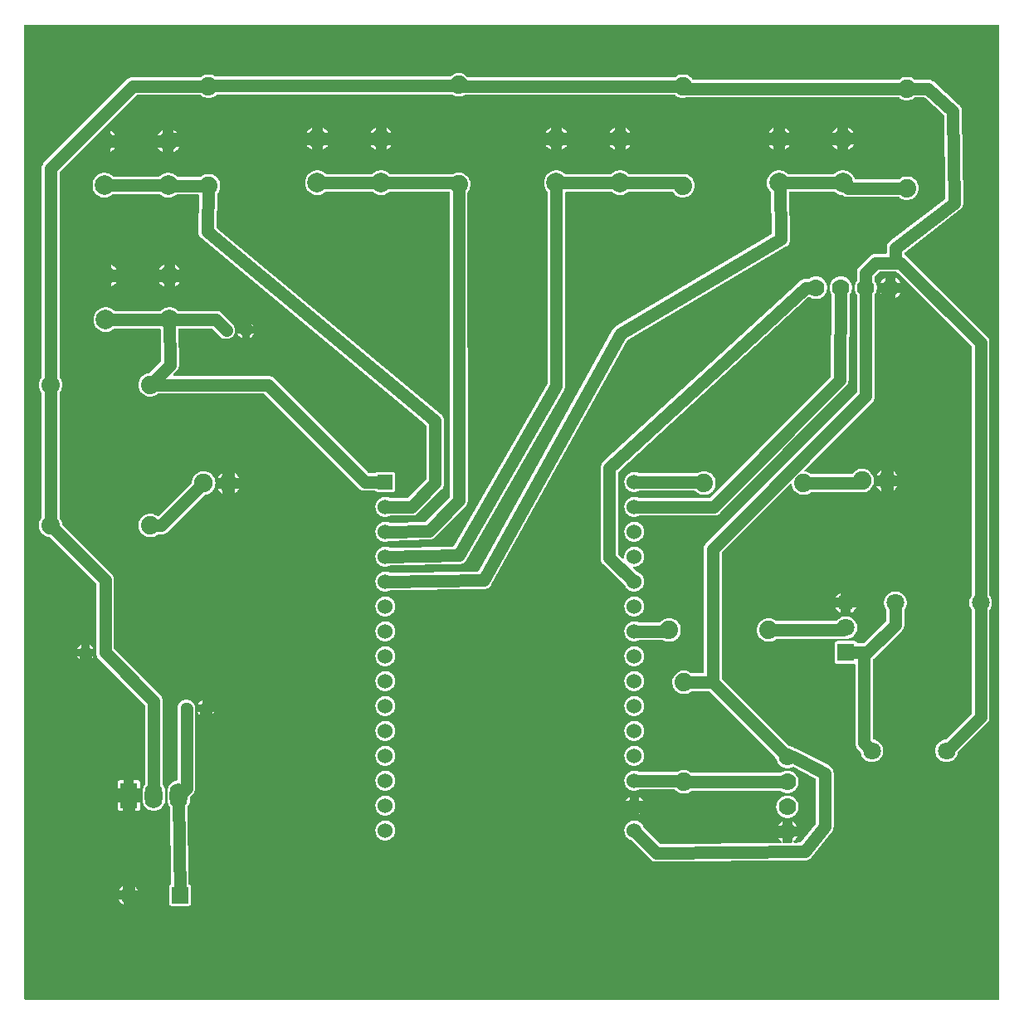
<source format=gtl>
G04 Layer: TopLayer*
G04 EasyEDA v6.5.40, 2024-02-13 21:11:00*
G04 0db29987ae6842e5b8bd60c629fb3438,0aba9cac1add4106ad3baa3c3c759302,10*
G04 Gerber Generator version 0.2*
G04 Scale: 100 percent, Rotated: No, Reflected: No *
G04 Dimensions in millimeters *
G04 leading zeros omitted , absolute positions ,4 integer and 5 decimal *
%FSLAX45Y45*%
%MOMM*%

%ADD10C,1.3000*%
%ADD11C,1.9000*%
%ADD12C,1.8000*%
%ADD13R,1.7000X1.7000*%
%ADD14C,1.7000*%
%ADD15C,1.7780*%
%ADD16R,1.8000X1.8000*%
%ADD17C,1.8796*%
%ADD18C,2.0000*%
%ADD19R,1.5240X1.5240*%
%ADD20C,1.5240*%
%ADD21O,1.7999964X2.5999948*%
%ADD22R,1.8000X2.6000*%
%ADD23R,0.0177X2.6000*%

%LPD*%
G36*
X36068Y25908D02*
G01*
X32156Y26670D01*
X28905Y28905D01*
X26670Y32156D01*
X25908Y36068D01*
X25908Y9963912D01*
X26670Y9967823D01*
X28905Y9971074D01*
X32156Y9973310D01*
X36068Y9974072D01*
X9963912Y9974072D01*
X9967823Y9973310D01*
X9971125Y9971074D01*
X9973310Y9967823D01*
X9974072Y9963912D01*
X9974072Y36068D01*
X9973310Y32156D01*
X9971125Y28905D01*
X9967823Y26670D01*
X9963912Y25908D01*
G37*

%LPC*%
G36*
X1531010Y981303D02*
G01*
X1699869Y981303D01*
X1706168Y982014D01*
X1711655Y983894D01*
X1716532Y986993D01*
X1720646Y991108D01*
X1723745Y995984D01*
X1725625Y1001471D01*
X1726336Y1007770D01*
X1726336Y1176629D01*
X1725625Y1182928D01*
X1723745Y1188415D01*
X1720646Y1193292D01*
X1716532Y1197406D01*
X1711655Y1200505D01*
X1709013Y1201420D01*
X1705457Y1203502D01*
X1703070Y1206855D01*
X1702206Y1210868D01*
X1692554Y1994306D01*
X1692910Y1997202D01*
X1694129Y1999843D01*
X1701749Y2011883D01*
X1707946Y2025040D01*
X1712417Y2038857D01*
X1715160Y2053183D01*
X1716074Y2068017D01*
X1716074Y2090826D01*
X1716887Y2094687D01*
X1719072Y2097989D01*
X1742084Y2121001D01*
X1748637Y2128266D01*
X1755749Y2138426D01*
X1757172Y2140762D01*
X1762506Y2151989D01*
X1765604Y2161133D01*
X1768093Y2173274D01*
X1768906Y2185771D01*
X1768906Y2996844D01*
X1768043Y3009595D01*
X1765503Y3021736D01*
X1761337Y3033420D01*
X1755648Y3044393D01*
X1747621Y3055620D01*
X1738833Y3064764D01*
X1728825Y3072536D01*
X1717802Y3078937D01*
X1708251Y3082950D01*
X1696313Y3086252D01*
X1693976Y3086709D01*
X1684020Y3087928D01*
X1671624Y3087878D01*
X1668678Y3087624D01*
X1659331Y3086150D01*
X1656130Y3085439D01*
X1647443Y3082798D01*
X1644091Y3081528D01*
X1636064Y3077870D01*
X1632661Y3075990D01*
X1625498Y3071418D01*
X1622094Y3068878D01*
X1615897Y3063595D01*
X1612646Y3060395D01*
X1607413Y3054502D01*
X1604518Y3050692D01*
X1600301Y3044393D01*
X1597761Y3039922D01*
X1594612Y3033369D01*
X1592580Y3028340D01*
X1590446Y3021685D01*
X1589074Y3016097D01*
X1587957Y3009544D01*
X1587296Y3003550D01*
X1587093Y2997047D01*
X1587093Y2271572D01*
X1586128Y2267254D01*
X1583385Y2263749D01*
X1579422Y2261717D01*
X1564386Y2257907D01*
X1550822Y2252573D01*
X1538071Y2245563D01*
X1526336Y2236978D01*
X1515719Y2227021D01*
X1506423Y2215794D01*
X1498650Y2203500D01*
X1492453Y2190343D01*
X1487932Y2176526D01*
X1485188Y2162200D01*
X1484274Y2147366D01*
X1484274Y2068017D01*
X1485188Y2053183D01*
X1487932Y2038857D01*
X1492453Y2025040D01*
X1498650Y2011883D01*
X1506423Y1999589D01*
X1508404Y1997151D01*
X1510131Y1994204D01*
X1510741Y1990801D01*
X1520393Y1206957D01*
X1519885Y1203553D01*
X1518208Y1200556D01*
X1514348Y1197406D01*
X1510233Y1193292D01*
X1507134Y1188415D01*
X1505254Y1182928D01*
X1504543Y1176629D01*
X1504543Y1007770D01*
X1505254Y1001471D01*
X1507134Y995984D01*
X1510233Y991108D01*
X1514348Y986993D01*
X1519224Y983894D01*
X1524711Y982014D01*
G37*
G36*
X1038250Y992784D02*
G01*
X1038250Y1043330D01*
X987653Y1043330D01*
X994206Y1031697D01*
X1002690Y1020318D01*
X1012545Y1010107D01*
X1023670Y1001268D01*
X1035812Y993902D01*
G37*
G36*
X1135989Y992886D02*
G01*
X1144625Y997356D01*
X1156258Y1005484D01*
X1166774Y1015034D01*
X1175969Y1025855D01*
X1183741Y1037793D01*
X1186434Y1043330D01*
X1135989Y1043330D01*
G37*
G36*
X1135989Y1141069D02*
G01*
X1186434Y1141069D01*
X1183741Y1146606D01*
X1175969Y1158544D01*
X1166774Y1169365D01*
X1156258Y1178915D01*
X1144625Y1187043D01*
X1135989Y1191514D01*
G37*
G36*
X987653Y1141069D02*
G01*
X1038250Y1141069D01*
X1038250Y1191615D01*
X1035812Y1190498D01*
X1023670Y1183132D01*
X1012545Y1174292D01*
X1002690Y1164082D01*
X994206Y1152702D01*
G37*
G36*
X6478066Y1433118D02*
G01*
X7988909Y1445818D01*
X7995259Y1446072D01*
X8001457Y1446733D01*
X8007502Y1447850D01*
X8013547Y1449374D01*
X8019440Y1451305D01*
X8025231Y1453642D01*
X8030768Y1456334D01*
X8036204Y1459433D01*
X8041335Y1462887D01*
X8046262Y1466646D01*
X8050885Y1470761D01*
X8055254Y1475232D01*
X8059420Y1480058D01*
X8262264Y1733651D01*
X8269122Y1743456D01*
X8274862Y1754479D01*
X8279028Y1766163D01*
X8281517Y1778304D01*
X8282431Y1791055D01*
X8282431Y2336444D01*
X8281517Y2349195D01*
X8279028Y2361336D01*
X8274862Y2373020D01*
X8269173Y2383993D01*
X8262010Y2394153D01*
X8253526Y2403195D01*
X8243925Y2411069D01*
X8233003Y2417673D01*
X7914894Y2582519D01*
X7909102Y2585262D01*
X7903362Y2587548D01*
X7897418Y2589428D01*
X7891525Y2590850D01*
X7883448Y2592120D01*
X7880858Y2592882D01*
X7865821Y2602484D01*
X7852765Y2608630D01*
X7839049Y2613101D01*
X7828330Y2615133D01*
X7825486Y2616149D01*
X7823047Y2617927D01*
X7142378Y3298596D01*
X7140194Y3301898D01*
X7139431Y3305759D01*
X7139431Y4580280D01*
X7140194Y4584192D01*
X7142378Y4587494D01*
X7839862Y5284978D01*
X7843672Y5287365D01*
X7848142Y5287873D01*
X7852409Y5286400D01*
X7855610Y5283250D01*
X7857134Y5279034D01*
X7857794Y5273852D01*
X7861350Y5259578D01*
X7866684Y5245811D01*
X7873695Y5232806D01*
X7882229Y5220766D01*
X7892135Y5209844D01*
X7903362Y5200243D01*
X7915656Y5192115D01*
X7928864Y5185511D01*
X7942783Y5180584D01*
X7957210Y5177434D01*
X7971891Y5176062D01*
X7986674Y5176520D01*
X8001253Y5178806D01*
X8015427Y5182870D01*
X8029041Y5188610D01*
X8041792Y5195976D01*
X8051038Y5202936D01*
X8053933Y5204460D01*
X8057134Y5204968D01*
X8538464Y5204968D01*
X8540648Y5204764D01*
X8553958Y5201818D01*
X8568791Y5200446D01*
X8583676Y5200904D01*
X8598357Y5203190D01*
X8612682Y5207304D01*
X8626398Y5213096D01*
X8639251Y5220512D01*
X8651138Y5229504D01*
X8661857Y5239867D01*
X8671153Y5251450D01*
X8679027Y5264099D01*
X8685225Y5277612D01*
X8689746Y5291886D01*
X8692489Y5306466D01*
X8693404Y5321300D01*
X8692489Y5336133D01*
X8689746Y5350764D01*
X8685225Y5364988D01*
X8679027Y5378500D01*
X8671153Y5391150D01*
X8661857Y5402732D01*
X8651138Y5413095D01*
X8639251Y5422087D01*
X8626398Y5429504D01*
X8612682Y5435295D01*
X8598357Y5439410D01*
X8583676Y5441696D01*
X8568791Y5442153D01*
X8553958Y5440781D01*
X8539429Y5437581D01*
X8525357Y5432602D01*
X8512048Y5425998D01*
X8499652Y5417769D01*
X8488324Y5408066D01*
X8478316Y5397093D01*
X8474100Y5391099D01*
X8471814Y5388813D01*
X8468969Y5387340D01*
X8465769Y5386832D01*
X8057134Y5386832D01*
X8053933Y5387340D01*
X8051038Y5388864D01*
X8041792Y5395823D01*
X8029041Y5403189D01*
X8015427Y5408930D01*
X8001253Y5412994D01*
X7992160Y5414416D01*
X7988046Y5416042D01*
X7984998Y5419242D01*
X7983575Y5423458D01*
X7984134Y5427878D01*
X7986522Y5431637D01*
X8674709Y6119774D01*
X8681212Y6127038D01*
X8682939Y6129223D01*
X8688374Y6137198D01*
X8689746Y6139535D01*
X8694064Y6148222D01*
X8698179Y6159906D01*
X8698890Y6162598D01*
X8701024Y6174790D01*
X8701532Y6184544D01*
X8701532Y7216292D01*
X8701887Y7219137D01*
X8703106Y7221728D01*
X8711184Y7234478D01*
X8717330Y7247534D01*
X8721801Y7261250D01*
X8724493Y7275423D01*
X8725408Y7289800D01*
X8724493Y7304176D01*
X8721801Y7318349D01*
X8717330Y7332065D01*
X8711184Y7345121D01*
X8703106Y7357821D01*
X8701938Y7360412D01*
X8701532Y7363256D01*
X8701532Y7400340D01*
X8702294Y7404201D01*
X8704478Y7407503D01*
X8746896Y7449921D01*
X8750198Y7452106D01*
X8754059Y7452868D01*
X8924340Y7452868D01*
X8928201Y7452106D01*
X8931503Y7449921D01*
X9688322Y6693103D01*
X9690506Y6689801D01*
X9691268Y6685940D01*
X9691268Y4151934D01*
X9690709Y4148480D01*
X9680651Y4132529D01*
X9674453Y4119372D01*
X9669983Y4105503D01*
X9667240Y4091228D01*
X9666325Y4076700D01*
X9667240Y4062171D01*
X9669983Y4047896D01*
X9674453Y4034028D01*
X9680651Y4020870D01*
X9690709Y4004919D01*
X9691268Y4001465D01*
X9691268Y2953359D01*
X9690506Y2949498D01*
X9688322Y2946196D01*
X9424924Y2682798D01*
X9422536Y2681020D01*
X9419640Y2680004D01*
X9407296Y2677668D01*
X9393428Y2673146D01*
X9380270Y2666949D01*
X9367977Y2659176D01*
X9356750Y2649880D01*
X9346793Y2639263D01*
X9338259Y2627477D01*
X9331248Y2614726D01*
X9325864Y2601214D01*
X9322257Y2587091D01*
X9320428Y2572664D01*
X9320428Y2558135D01*
X9322257Y2543708D01*
X9325864Y2529586D01*
X9331248Y2516073D01*
X9338259Y2503322D01*
X9346793Y2491536D01*
X9356750Y2480919D01*
X9367977Y2471623D01*
X9380270Y2463850D01*
X9393428Y2457653D01*
X9407296Y2453132D01*
X9421571Y2450439D01*
X9436100Y2449525D01*
X9450628Y2450439D01*
X9464903Y2453132D01*
X9478772Y2457653D01*
X9491929Y2463850D01*
X9504222Y2471623D01*
X9515449Y2480919D01*
X9525406Y2491536D01*
X9533940Y2503322D01*
X9540951Y2516073D01*
X9546336Y2529586D01*
X9549942Y2543708D01*
X9550501Y2548229D01*
X9551466Y2551430D01*
X9553397Y2554122D01*
X9846310Y2847035D01*
X9852812Y2854248D01*
X9854539Y2856433D01*
X9859975Y2864408D01*
X9865664Y2875432D01*
X9869779Y2887167D01*
X9870490Y2889808D01*
X9872624Y2902051D01*
X9873132Y2911754D01*
X9873132Y4001465D01*
X9873691Y4004919D01*
X9883749Y4020870D01*
X9889947Y4034028D01*
X9894468Y4047896D01*
X9897160Y4062171D01*
X9898075Y4076700D01*
X9897160Y4091228D01*
X9894468Y4105503D01*
X9889947Y4119372D01*
X9883749Y4132529D01*
X9873691Y4148480D01*
X9873132Y4151934D01*
X9873132Y6727545D01*
X9872624Y6737248D01*
X9870490Y6749491D01*
X9869779Y6752132D01*
X9865664Y6763867D01*
X9859975Y6774891D01*
X9854539Y6782866D01*
X9852812Y6785051D01*
X9846310Y6792264D01*
X9030665Y7607909D01*
X9023451Y7614412D01*
X9021267Y7616139D01*
X9013342Y7621524D01*
X9011513Y7622540D01*
X9008719Y7624825D01*
X9006941Y7627924D01*
X9006332Y7631430D01*
X9006332Y7646314D01*
X9006789Y7649362D01*
X9008160Y7652156D01*
X9010294Y7654391D01*
X9567316Y8081009D01*
X9576866Y8089442D01*
X9584994Y8098840D01*
X9591751Y8109254D01*
X9596983Y8120481D01*
X9600692Y8132318D01*
X9602774Y8144611D01*
X9603181Y8154924D01*
X9590481Y9094063D01*
X9589465Y9106814D01*
X9586772Y9118904D01*
X9582454Y9130538D01*
X9576612Y9141460D01*
X9569348Y9151467D01*
X9560153Y9161018D01*
X9303054Y9392259D01*
X9296552Y9397085D01*
X9292894Y9399422D01*
X9285833Y9403334D01*
X9281922Y9405162D01*
X9274352Y9408007D01*
X9270238Y9409328D01*
X9262364Y9411157D01*
X9258046Y9411817D01*
X9250019Y9412579D01*
X9245498Y9412732D01*
X9111132Y9412732D01*
X9107779Y9413290D01*
X9104782Y9414967D01*
X9098940Y9419640D01*
X9086392Y9427413D01*
X9072981Y9433560D01*
X9058960Y9438030D01*
X9044432Y9440773D01*
X9029700Y9441688D01*
X9014968Y9440773D01*
X9000439Y9438030D01*
X8986418Y9433560D01*
X8973007Y9427413D01*
X8960459Y9419640D01*
X8954617Y9414967D01*
X8951620Y9413290D01*
X8948267Y9412732D01*
X6849211Y9412732D01*
X6846112Y9413189D01*
X6843318Y9414560D01*
X6841083Y9416745D01*
X6834733Y9425178D01*
X6824472Y9435795D01*
X6812940Y9445040D01*
X6800392Y9452813D01*
X6786981Y9458960D01*
X6772960Y9463430D01*
X6758431Y9466173D01*
X6743700Y9467088D01*
X6728968Y9466173D01*
X6714439Y9463430D01*
X6700418Y9458960D01*
X6687007Y9452813D01*
X6674459Y9445040D01*
X6668617Y9440367D01*
X6665620Y9438690D01*
X6662267Y9438132D01*
X4552797Y9438132D01*
X4548835Y9438894D01*
X4545533Y9441180D01*
X4538472Y9448495D01*
X4526940Y9457740D01*
X4514392Y9465513D01*
X4500981Y9471660D01*
X4486960Y9476130D01*
X4472432Y9478873D01*
X4457700Y9479788D01*
X4442968Y9478873D01*
X4428439Y9476130D01*
X4414418Y9471660D01*
X4401007Y9465513D01*
X4388459Y9457740D01*
X4372711Y9445244D01*
X4368749Y9444482D01*
X1978101Y9444482D01*
X1975307Y9444837D01*
X1972716Y9445955D01*
X1961692Y9452813D01*
X1948281Y9458960D01*
X1934260Y9463430D01*
X1919732Y9466173D01*
X1905000Y9467088D01*
X1890268Y9466173D01*
X1875739Y9463430D01*
X1861718Y9458960D01*
X1848307Y9452813D01*
X1835759Y9445040D01*
X1829917Y9440367D01*
X1826920Y9438690D01*
X1823567Y9438132D01*
X1133957Y9438132D01*
X1124204Y9437624D01*
X1112012Y9435490D01*
X1109319Y9434779D01*
X1097635Y9430664D01*
X1086612Y9424974D01*
X1078636Y9419539D01*
X1076452Y9417812D01*
X1069187Y9411309D01*
X227990Y8570112D01*
X221488Y8562848D01*
X219760Y8560663D01*
X214325Y8552688D01*
X208635Y8541664D01*
X204520Y8529980D01*
X203809Y8527288D01*
X201676Y8515096D01*
X201168Y8505342D01*
X201168Y6380632D01*
X200609Y6377279D01*
X198932Y6374282D01*
X194259Y6368440D01*
X186486Y6355892D01*
X180340Y6342481D01*
X175869Y6328460D01*
X173126Y6313932D01*
X172212Y6299200D01*
X173126Y6284468D01*
X175869Y6269939D01*
X180340Y6255918D01*
X186486Y6242507D01*
X194259Y6229959D01*
X198932Y6224117D01*
X200609Y6221120D01*
X201168Y6217767D01*
X201168Y4945888D01*
X200710Y4942789D01*
X199288Y4939995D01*
X190195Y4927193D01*
X183184Y4914188D01*
X177850Y4900422D01*
X174294Y4886147D01*
X172466Y4871466D01*
X172466Y4856734D01*
X174294Y4842052D01*
X177850Y4827778D01*
X183184Y4814011D01*
X190195Y4801006D01*
X198729Y4788966D01*
X208635Y4778044D01*
X219862Y4768443D01*
X232156Y4760315D01*
X245364Y4753711D01*
X259283Y4748784D01*
X273710Y4745634D01*
X279196Y4745126D01*
X282549Y4744212D01*
X285445Y4742230D01*
X755396Y4272229D01*
X757631Y4268927D01*
X758393Y4265015D01*
X758393Y3568954D01*
X759206Y3556457D01*
X761034Y3547008D01*
X764794Y3535172D01*
X765860Y3532632D01*
X770128Y3523996D01*
X771550Y3521608D01*
X778662Y3511448D01*
X785215Y3504234D01*
X1252321Y3037128D01*
X1254506Y3033826D01*
X1255268Y3029915D01*
X1255268Y2223922D01*
X1254709Y2220468D01*
X1244650Y2204516D01*
X1238453Y2191359D01*
X1233932Y2177491D01*
X1231188Y2163216D01*
X1230274Y2148382D01*
X1230274Y2069033D01*
X1231188Y2054148D01*
X1233932Y2039874D01*
X1238453Y2026056D01*
X1244650Y2012848D01*
X1252423Y2000554D01*
X1261719Y1989378D01*
X1272336Y1979422D01*
X1284071Y1970836D01*
X1296822Y1963826D01*
X1310386Y1958492D01*
X1324457Y1954885D01*
X1338935Y1953056D01*
X1353464Y1953056D01*
X1367891Y1954885D01*
X1382014Y1958492D01*
X1395526Y1963826D01*
X1408277Y1970836D01*
X1420063Y1979422D01*
X1430680Y1989378D01*
X1439926Y2000554D01*
X1447749Y2012848D01*
X1453946Y2026056D01*
X1458417Y2039874D01*
X1461160Y2054148D01*
X1462074Y2069033D01*
X1462074Y2148382D01*
X1461160Y2163216D01*
X1458417Y2177491D01*
X1453946Y2191359D01*
X1447749Y2204516D01*
X1437690Y2220468D01*
X1437132Y2223871D01*
X1437132Y3071520D01*
X1436624Y3081274D01*
X1434490Y3093466D01*
X1433779Y3096158D01*
X1429664Y3107842D01*
X1423974Y3118866D01*
X1418539Y3126841D01*
X1416812Y3129026D01*
X1410309Y3136290D01*
X943203Y3603396D01*
X940968Y3606698D01*
X940206Y3610559D01*
X940206Y4306620D01*
X939393Y4319117D01*
X936904Y4331258D01*
X933805Y4340402D01*
X932738Y4342942D01*
X928471Y4351578D01*
X927049Y4353966D01*
X919937Y4364126D01*
X913384Y4371390D01*
X414121Y4870653D01*
X412038Y4873650D01*
X408330Y4893360D01*
X403860Y4907381D01*
X397713Y4920792D01*
X389940Y4933340D01*
X385267Y4939182D01*
X383590Y4942179D01*
X383032Y4945532D01*
X383032Y6217412D01*
X383489Y6220510D01*
X384911Y6223304D01*
X394004Y6236106D01*
X401015Y6249111D01*
X406349Y6262878D01*
X409905Y6277152D01*
X411734Y6291834D01*
X411734Y6306566D01*
X409905Y6321247D01*
X406349Y6335522D01*
X401015Y6349288D01*
X394004Y6362293D01*
X384911Y6375095D01*
X383489Y6377889D01*
X383032Y6380988D01*
X383032Y8463737D01*
X383794Y8467648D01*
X385978Y8470950D01*
X753211Y8838184D01*
X756513Y8840368D01*
X760374Y8841130D01*
X787044Y8841130D01*
X787044Y8867800D01*
X787806Y8871712D01*
X790041Y8875014D01*
X1168349Y9253321D01*
X1171651Y9255506D01*
X1175562Y9256268D01*
X1823212Y9256268D01*
X1826310Y9255810D01*
X1829104Y9254388D01*
X1841906Y9245295D01*
X1854911Y9238284D01*
X1868678Y9232950D01*
X1882952Y9229394D01*
X1897634Y9227566D01*
X1912366Y9227566D01*
X1927047Y9229394D01*
X1941322Y9232950D01*
X1955088Y9238284D01*
X1968093Y9245295D01*
X1980133Y9253829D01*
X1986940Y9259976D01*
X1990089Y9261957D01*
X1993747Y9262618D01*
X4384802Y9262618D01*
X4387850Y9262160D01*
X4390644Y9260789D01*
X4394606Y9257995D01*
X4407611Y9250984D01*
X4421378Y9245650D01*
X4435652Y9242094D01*
X4450334Y9240266D01*
X4465066Y9240266D01*
X4479747Y9242094D01*
X4494022Y9245650D01*
X4507788Y9250984D01*
X4515408Y9255099D01*
X4517745Y9255963D01*
X4520184Y9256268D01*
X6661912Y9256268D01*
X6665010Y9255810D01*
X6667804Y9254388D01*
X6680606Y9245295D01*
X6693611Y9238284D01*
X6707378Y9232950D01*
X6721652Y9229394D01*
X6736334Y9227566D01*
X6751066Y9227566D01*
X6765747Y9229394D01*
X6770573Y9230563D01*
X6773011Y9230868D01*
X8947912Y9230868D01*
X8951010Y9230410D01*
X8953804Y9228988D01*
X8966606Y9219895D01*
X8979611Y9212884D01*
X8993378Y9207550D01*
X9007652Y9203994D01*
X9022334Y9202166D01*
X9037066Y9202166D01*
X9051747Y9203994D01*
X9066022Y9207550D01*
X9079788Y9212884D01*
X9092793Y9219895D01*
X9105595Y9228988D01*
X9108389Y9230410D01*
X9111488Y9230868D01*
X9206839Y9230868D01*
X9210446Y9230207D01*
X9213596Y9228277D01*
X9405924Y9055201D01*
X9408414Y9051848D01*
X9409277Y9047784D01*
X9420707Y8202930D01*
X9420250Y8199831D01*
X9418878Y8196986D01*
X9416745Y8194700D01*
X8860332Y7768539D01*
X8853220Y7762544D01*
X8844788Y7753451D01*
X8842806Y7750911D01*
X8835999Y7740497D01*
X8831986Y7732268D01*
X8830716Y7729270D01*
X8827820Y7720584D01*
X8827008Y7717434D01*
X8825331Y7708442D01*
X8824925Y7705191D01*
X8824468Y7695946D01*
X8824468Y7644892D01*
X8823706Y7640980D01*
X8821521Y7637678D01*
X8818219Y7635494D01*
X8814308Y7634731D01*
X8712454Y7634731D01*
X8702751Y7634224D01*
X8690508Y7632090D01*
X8687866Y7631379D01*
X8676132Y7627264D01*
X8665108Y7621574D01*
X8657132Y7616139D01*
X8654948Y7614412D01*
X8647734Y7607909D01*
X8546490Y7506665D01*
X8539988Y7499451D01*
X8538260Y7497267D01*
X8532825Y7489291D01*
X8527135Y7478268D01*
X8523020Y7466533D01*
X8522309Y7463891D01*
X8520176Y7451648D01*
X8519668Y7441946D01*
X8519668Y7363307D01*
X8519312Y7360462D01*
X8518093Y7357872D01*
X8510016Y7345121D01*
X8503869Y7332065D01*
X8499398Y7318349D01*
X8496706Y7304176D01*
X8495792Y7289800D01*
X8496706Y7275423D01*
X8499398Y7261250D01*
X8503869Y7247534D01*
X8510016Y7234478D01*
X8518093Y7221728D01*
X8519312Y7219137D01*
X8519668Y7216292D01*
X8519668Y6226149D01*
X8518906Y6222238D01*
X8516721Y6218936D01*
X6984390Y4686655D01*
X6977888Y4679391D01*
X6976160Y4677206D01*
X6970725Y4669231D01*
X6965035Y4658207D01*
X6960920Y4646523D01*
X6960209Y4643831D01*
X6958075Y4631639D01*
X6957568Y4621885D01*
X6957568Y3364992D01*
X6956806Y3361080D01*
X6954621Y3357778D01*
X6951319Y3355594D01*
X6947408Y3354832D01*
X6837832Y3354832D01*
X6834479Y3355390D01*
X6831482Y3357067D01*
X6825640Y3361740D01*
X6813092Y3369513D01*
X6799681Y3375660D01*
X6785660Y3380130D01*
X6771131Y3382873D01*
X6756400Y3383787D01*
X6741668Y3382873D01*
X6727139Y3380130D01*
X6713118Y3375660D01*
X6699707Y3369513D01*
X6687159Y3361740D01*
X6675628Y3352495D01*
X6665366Y3341878D01*
X6656476Y3330092D01*
X6649110Y3317341D01*
X6643370Y3303727D01*
X6639306Y3289554D01*
X6637020Y3274974D01*
X6636613Y3260191D01*
X6637934Y3245510D01*
X6641084Y3231083D01*
X6646011Y3217164D01*
X6652615Y3203956D01*
X6660743Y3191662D01*
X6670344Y3180435D01*
X6681266Y3170529D01*
X6693306Y3161995D01*
X6706311Y3154984D01*
X6720078Y3149650D01*
X6734352Y3146094D01*
X6749034Y3144266D01*
X6763766Y3144266D01*
X6778447Y3146094D01*
X6792722Y3149650D01*
X6806488Y3154984D01*
X6819493Y3161995D01*
X6832295Y3171088D01*
X6835089Y3172510D01*
X6838188Y3172968D01*
X7006640Y3172968D01*
X7010501Y3172206D01*
X7013803Y3170021D01*
X7694472Y2489352D01*
X7696403Y2486660D01*
X7697368Y2483459D01*
X7697724Y2480411D01*
X7701330Y2466441D01*
X7706614Y2453030D01*
X7713573Y2440381D01*
X7722057Y2428748D01*
X7731912Y2418232D01*
X7743037Y2409037D01*
X7755178Y2401316D01*
X7768234Y2395169D01*
X7781950Y2390698D01*
X7796123Y2388006D01*
X7810500Y2387092D01*
X7824876Y2388006D01*
X7839049Y2390698D01*
X7852765Y2395169D01*
X7863179Y2400046D01*
X7866125Y2400960D01*
X7869224Y2400909D01*
X7872171Y2399893D01*
X8095081Y2284374D01*
X8098028Y2282088D01*
X8099907Y2278938D01*
X8100568Y2275332D01*
X8100568Y1826158D01*
X8100009Y1822805D01*
X8098383Y1819808D01*
X7947355Y1631035D01*
X7943850Y1628241D01*
X7939481Y1627225D01*
X7881010Y1626717D01*
X7876743Y1627581D01*
X7873238Y1630172D01*
X7871155Y1633982D01*
X7870850Y1638300D01*
X7872374Y1642414D01*
X7875473Y1645462D01*
X7877962Y1647037D01*
X7889087Y1656232D01*
X7898942Y1666748D01*
X7907426Y1678381D01*
X7913319Y1689100D01*
X7861300Y1689100D01*
X7861300Y1636623D01*
X7860538Y1632762D01*
X7858353Y1629460D01*
X7855102Y1627276D01*
X7851241Y1626463D01*
X7769961Y1625752D01*
X7766050Y1626514D01*
X7762697Y1628698D01*
X7760462Y1632051D01*
X7759700Y1635912D01*
X7759700Y1689100D01*
X7707680Y1689100D01*
X7713573Y1678381D01*
X7722057Y1666748D01*
X7731912Y1656232D01*
X7743037Y1647037D01*
X7747355Y1644294D01*
X7750454Y1641246D01*
X7751978Y1637233D01*
X7751673Y1632915D01*
X7749641Y1629105D01*
X7746238Y1626514D01*
X7742021Y1625549D01*
X6518605Y1615236D01*
X6514642Y1615998D01*
X6511340Y1618234D01*
X6346799Y1782775D01*
X6344412Y1786636D01*
X6342380Y1792478D01*
X6336233Y1804670D01*
X6328511Y1815896D01*
X6319367Y1826006D01*
X6308953Y1834794D01*
X6297472Y1842160D01*
X6285077Y1847900D01*
X6272072Y1851914D01*
X6258610Y1854200D01*
X6244996Y1854657D01*
X6231432Y1853285D01*
X6218123Y1850136D01*
X6205423Y1845208D01*
X6193434Y1838655D01*
X6182461Y1830578D01*
X6172657Y1821078D01*
X6164224Y1810410D01*
X6157264Y1798675D01*
X6151930Y1786128D01*
X6148324Y1772970D01*
X6146546Y1759457D01*
X6146546Y1745792D01*
X6148324Y1732280D01*
X6151930Y1719122D01*
X6157264Y1706575D01*
X6164224Y1694840D01*
X6172657Y1684172D01*
X6182461Y1674672D01*
X6193434Y1666595D01*
X6205423Y1660042D01*
X6214821Y1656384D01*
X6218377Y1654098D01*
X6412484Y1459992D01*
X6422085Y1451610D01*
X6432448Y1444802D01*
X6443675Y1439468D01*
X6455460Y1435709D01*
X6467754Y1433576D01*
G37*
G36*
X3704996Y1650593D02*
G01*
X3718610Y1651050D01*
X3732072Y1653336D01*
X3745077Y1657350D01*
X3757472Y1663090D01*
X3768953Y1670456D01*
X3779367Y1679244D01*
X3788511Y1689354D01*
X3796233Y1700580D01*
X3802379Y1712772D01*
X3806850Y1725675D01*
X3809542Y1739036D01*
X3810457Y1752600D01*
X3809542Y1766214D01*
X3806850Y1779574D01*
X3802379Y1792478D01*
X3796233Y1804670D01*
X3788511Y1815896D01*
X3779367Y1826006D01*
X3768953Y1834794D01*
X3757472Y1842160D01*
X3745077Y1847900D01*
X3732072Y1851914D01*
X3718610Y1854200D01*
X3704996Y1854657D01*
X3691432Y1853285D01*
X3678123Y1850136D01*
X3665423Y1845208D01*
X3653434Y1838655D01*
X3642461Y1830578D01*
X3632657Y1821078D01*
X3624224Y1810410D01*
X3617264Y1798675D01*
X3611930Y1786128D01*
X3608324Y1772970D01*
X3606546Y1759457D01*
X3606546Y1745792D01*
X3608324Y1732280D01*
X3611930Y1719122D01*
X3617264Y1706575D01*
X3624224Y1694840D01*
X3632657Y1684172D01*
X3642461Y1674672D01*
X3653434Y1666595D01*
X3665423Y1660042D01*
X3678123Y1655114D01*
X3691432Y1651965D01*
G37*
G36*
X7861300Y1790700D02*
G01*
X7913319Y1790700D01*
X7907426Y1801418D01*
X7898942Y1813052D01*
X7889087Y1823567D01*
X7877962Y1832762D01*
X7865821Y1840484D01*
X7861300Y1842617D01*
G37*
G36*
X7707680Y1790700D02*
G01*
X7759700Y1790700D01*
X7759700Y1842617D01*
X7755178Y1840484D01*
X7743037Y1832762D01*
X7731912Y1823567D01*
X7722057Y1813052D01*
X7713573Y1801418D01*
G37*
G36*
X7810500Y1879092D02*
G01*
X7824876Y1880006D01*
X7839049Y1882698D01*
X7852765Y1887169D01*
X7865821Y1893316D01*
X7877962Y1901037D01*
X7889087Y1910232D01*
X7898942Y1920748D01*
X7907426Y1932381D01*
X7914386Y1945030D01*
X7919669Y1958441D01*
X7923275Y1972411D01*
X7925053Y1986686D01*
X7925053Y2001113D01*
X7923275Y2015388D01*
X7919669Y2029358D01*
X7914386Y2042769D01*
X7907426Y2055418D01*
X7898942Y2067052D01*
X7889087Y2077567D01*
X7877962Y2086762D01*
X7865821Y2094484D01*
X7852765Y2100630D01*
X7839049Y2105101D01*
X7824876Y2107793D01*
X7810500Y2108708D01*
X7796123Y2107793D01*
X7781950Y2105101D01*
X7768234Y2100630D01*
X7755178Y2094484D01*
X7743037Y2086762D01*
X7731912Y2077567D01*
X7722057Y2067052D01*
X7713573Y2055418D01*
X7706614Y2042769D01*
X7701330Y2029358D01*
X7697724Y2015388D01*
X7695946Y2001113D01*
X7695946Y1986686D01*
X7697724Y1972411D01*
X7701330Y1958441D01*
X7706614Y1945030D01*
X7713573Y1932381D01*
X7722057Y1920748D01*
X7731912Y1910232D01*
X7743037Y1901037D01*
X7755178Y1893316D01*
X7768234Y1887169D01*
X7781950Y1882698D01*
X7796123Y1880006D01*
G37*
G36*
X3704996Y1904593D02*
G01*
X3718610Y1905050D01*
X3732072Y1907336D01*
X3745077Y1911350D01*
X3757472Y1917090D01*
X3768953Y1924456D01*
X3779367Y1933244D01*
X3788511Y1943354D01*
X3796233Y1954580D01*
X3802379Y1966772D01*
X3806850Y1979675D01*
X3809542Y1993036D01*
X3810457Y2006600D01*
X3809542Y2020214D01*
X3806850Y2033574D01*
X3802379Y2046478D01*
X3796233Y2058670D01*
X3788511Y2069896D01*
X3779367Y2080006D01*
X3768953Y2088794D01*
X3757472Y2096160D01*
X3745077Y2101900D01*
X3732072Y2105914D01*
X3718610Y2108200D01*
X3704996Y2108657D01*
X3691432Y2107285D01*
X3678123Y2104136D01*
X3665423Y2099208D01*
X3653434Y2092655D01*
X3642461Y2084578D01*
X3632657Y2075078D01*
X3624224Y2064410D01*
X3617264Y2052675D01*
X3611930Y2040128D01*
X3608324Y2026970D01*
X3606546Y2013457D01*
X3606546Y1999792D01*
X3608324Y1986280D01*
X3611930Y1973122D01*
X3617264Y1960575D01*
X3624224Y1948840D01*
X3632657Y1938172D01*
X3642461Y1928672D01*
X3653434Y1920595D01*
X3665423Y1914042D01*
X3678123Y1909114D01*
X3691432Y1905965D01*
G37*
G36*
X6203950Y1914855D02*
G01*
X6203950Y1962150D01*
X6156604Y1962150D01*
X6157264Y1960575D01*
X6164224Y1948840D01*
X6172657Y1938172D01*
X6182461Y1928672D01*
X6193434Y1920595D01*
G37*
G36*
X6292850Y1914956D02*
G01*
X6297472Y1917090D01*
X6308953Y1924456D01*
X6319367Y1933244D01*
X6328511Y1943354D01*
X6336233Y1954580D01*
X6340043Y1962150D01*
X6292850Y1962150D01*
G37*
G36*
X1143558Y1952802D02*
G01*
X1181608Y1952802D01*
X1187958Y1953514D01*
X1193393Y1955393D01*
X1198321Y1958492D01*
X1202385Y1962607D01*
X1205484Y1967484D01*
X1207363Y1972919D01*
X1208074Y1979269D01*
X1208074Y2037334D01*
X1143558Y2037334D01*
G37*
G36*
X1002741Y1952802D02*
G01*
X1040841Y1952802D01*
X1040841Y2037334D01*
X976274Y2037334D01*
X976274Y1979269D01*
X976985Y1972919D01*
X978916Y1967484D01*
X981964Y1962607D01*
X986078Y1958492D01*
X990955Y1955393D01*
X996442Y1953514D01*
G37*
G36*
X6292850Y2051050D02*
G01*
X6340043Y2051050D01*
X6336233Y2058670D01*
X6328511Y2069896D01*
X6319367Y2080006D01*
X6308953Y2088794D01*
X6297472Y2096160D01*
X6292850Y2098294D01*
G37*
G36*
X6156604Y2051050D02*
G01*
X6203950Y2051050D01*
X6203950Y2098395D01*
X6193434Y2092655D01*
X6182461Y2084578D01*
X6172657Y2075078D01*
X6164224Y2064410D01*
X6157264Y2052675D01*
G37*
G36*
X6749034Y2128266D02*
G01*
X6763766Y2128266D01*
X6778447Y2130094D01*
X6792722Y2133650D01*
X6806488Y2138984D01*
X6819493Y2145995D01*
X6832295Y2155088D01*
X6835089Y2156510D01*
X6838188Y2156968D01*
X7736992Y2156968D01*
X7739837Y2156612D01*
X7742428Y2155393D01*
X7755178Y2147316D01*
X7768234Y2141169D01*
X7781950Y2136698D01*
X7796123Y2134006D01*
X7810500Y2133092D01*
X7824876Y2134006D01*
X7839049Y2136698D01*
X7852765Y2141169D01*
X7865821Y2147316D01*
X7877962Y2155037D01*
X7889087Y2164232D01*
X7898942Y2174748D01*
X7907426Y2186381D01*
X7914386Y2199030D01*
X7919669Y2212441D01*
X7923275Y2226411D01*
X7925053Y2240686D01*
X7925053Y2255113D01*
X7923275Y2269388D01*
X7919669Y2283358D01*
X7914386Y2296769D01*
X7907426Y2309418D01*
X7898942Y2321052D01*
X7889087Y2331567D01*
X7877962Y2340762D01*
X7865821Y2348484D01*
X7852765Y2354630D01*
X7839049Y2359101D01*
X7824876Y2361793D01*
X7810500Y2362708D01*
X7796123Y2361793D01*
X7781950Y2359101D01*
X7768234Y2354630D01*
X7755178Y2348484D01*
X7742428Y2340406D01*
X7739837Y2339187D01*
X7736992Y2338832D01*
X6837832Y2338832D01*
X6834479Y2339390D01*
X6831482Y2341067D01*
X6825640Y2345740D01*
X6813092Y2353513D01*
X6799681Y2359660D01*
X6785660Y2364130D01*
X6771131Y2366873D01*
X6756400Y2367788D01*
X6741668Y2366873D01*
X6727139Y2364130D01*
X6713118Y2359660D01*
X6696354Y2351887D01*
X6693560Y2351532D01*
X6296761Y2351532D01*
X6292494Y2352446D01*
X6285077Y2355900D01*
X6272072Y2359914D01*
X6258610Y2362200D01*
X6244996Y2362657D01*
X6231432Y2361285D01*
X6218123Y2358136D01*
X6205423Y2353208D01*
X6193434Y2346655D01*
X6182461Y2338578D01*
X6172657Y2329078D01*
X6164224Y2318410D01*
X6157264Y2306675D01*
X6151930Y2294128D01*
X6148324Y2280970D01*
X6146546Y2267458D01*
X6146546Y2253792D01*
X6148324Y2240280D01*
X6151930Y2227122D01*
X6157264Y2214575D01*
X6164224Y2202840D01*
X6172657Y2192172D01*
X6182461Y2182672D01*
X6193434Y2174595D01*
X6205423Y2168042D01*
X6218123Y2163114D01*
X6231432Y2159965D01*
X6244996Y2158593D01*
X6258610Y2159050D01*
X6272072Y2161336D01*
X6285077Y2165350D01*
X6292392Y2168753D01*
X6296660Y2169668D01*
X6661200Y2169668D01*
X6665417Y2168753D01*
X6668922Y2166162D01*
X6670344Y2164435D01*
X6681266Y2154529D01*
X6693306Y2145995D01*
X6706311Y2138984D01*
X6720078Y2133650D01*
X6734352Y2130094D01*
G37*
G36*
X3704996Y2158593D02*
G01*
X3718610Y2159050D01*
X3732072Y2161336D01*
X3745077Y2165350D01*
X3757472Y2171090D01*
X3768953Y2178456D01*
X3779367Y2187244D01*
X3788511Y2197354D01*
X3796233Y2208580D01*
X3802379Y2220772D01*
X3806850Y2233676D01*
X3809542Y2247036D01*
X3810457Y2260600D01*
X3809542Y2274214D01*
X3806850Y2287574D01*
X3802379Y2300478D01*
X3796233Y2312670D01*
X3788511Y2323896D01*
X3779367Y2334006D01*
X3768953Y2342794D01*
X3757472Y2350160D01*
X3745077Y2355900D01*
X3732072Y2359914D01*
X3718610Y2362200D01*
X3704996Y2362657D01*
X3691432Y2361285D01*
X3678123Y2358136D01*
X3665423Y2353208D01*
X3653434Y2346655D01*
X3642461Y2338578D01*
X3632657Y2329078D01*
X3624224Y2318410D01*
X3617264Y2306675D01*
X3611930Y2294128D01*
X3608324Y2280970D01*
X3606546Y2267458D01*
X3606546Y2253792D01*
X3608324Y2240280D01*
X3611930Y2227122D01*
X3617264Y2214575D01*
X3624224Y2202840D01*
X3632657Y2192172D01*
X3642461Y2182672D01*
X3653434Y2174595D01*
X3665423Y2168042D01*
X3678123Y2163114D01*
X3691432Y2159965D01*
G37*
G36*
X976274Y2180031D02*
G01*
X1040841Y2180031D01*
X1040841Y2264613D01*
X1002741Y2264613D01*
X996442Y2263902D01*
X990955Y2261971D01*
X986078Y2258923D01*
X981964Y2254808D01*
X978916Y2249932D01*
X976985Y2244445D01*
X976274Y2238146D01*
G37*
G36*
X1143558Y2180031D02*
G01*
X1208074Y2180031D01*
X1208074Y2238146D01*
X1207363Y2244445D01*
X1205484Y2249932D01*
X1202385Y2254808D01*
X1198321Y2258923D01*
X1193393Y2261971D01*
X1187958Y2263902D01*
X1181608Y2264613D01*
X1143558Y2264613D01*
G37*
G36*
X3704996Y2412593D02*
G01*
X3718610Y2413050D01*
X3732072Y2415336D01*
X3745077Y2419350D01*
X3757472Y2425090D01*
X3768953Y2432456D01*
X3779367Y2441244D01*
X3788511Y2451354D01*
X3796233Y2462580D01*
X3802379Y2474772D01*
X3806850Y2487676D01*
X3809542Y2501036D01*
X3810457Y2514600D01*
X3809542Y2528214D01*
X3806850Y2541574D01*
X3802379Y2554478D01*
X3796233Y2566670D01*
X3788511Y2577896D01*
X3779367Y2588006D01*
X3768953Y2596794D01*
X3757472Y2604160D01*
X3745077Y2609900D01*
X3732072Y2613914D01*
X3718610Y2616200D01*
X3704996Y2616657D01*
X3691432Y2615285D01*
X3678123Y2612136D01*
X3665423Y2607208D01*
X3653434Y2600655D01*
X3642461Y2592578D01*
X3632657Y2583078D01*
X3624224Y2572410D01*
X3617264Y2560675D01*
X3611930Y2548128D01*
X3608324Y2534970D01*
X3606546Y2521458D01*
X3606546Y2507792D01*
X3608324Y2494280D01*
X3611930Y2481122D01*
X3617264Y2468575D01*
X3624224Y2456840D01*
X3632657Y2446172D01*
X3642461Y2436672D01*
X3653434Y2428595D01*
X3665423Y2422042D01*
X3678123Y2417114D01*
X3691432Y2413965D01*
G37*
G36*
X6244996Y2412593D02*
G01*
X6258610Y2413050D01*
X6272072Y2415336D01*
X6285077Y2419350D01*
X6297472Y2425090D01*
X6308953Y2432456D01*
X6319367Y2441244D01*
X6328511Y2451354D01*
X6336233Y2462580D01*
X6342380Y2474772D01*
X6346850Y2487676D01*
X6349542Y2501036D01*
X6350457Y2514600D01*
X6349542Y2528214D01*
X6346850Y2541574D01*
X6342380Y2554478D01*
X6336233Y2566670D01*
X6328511Y2577896D01*
X6319367Y2588006D01*
X6308953Y2596794D01*
X6297472Y2604160D01*
X6285077Y2609900D01*
X6272072Y2613914D01*
X6258610Y2616200D01*
X6244996Y2616657D01*
X6231432Y2615285D01*
X6218123Y2612136D01*
X6205423Y2607208D01*
X6193434Y2600655D01*
X6182461Y2592578D01*
X6172657Y2583078D01*
X6164224Y2572410D01*
X6157264Y2560675D01*
X6151930Y2548128D01*
X6148324Y2534970D01*
X6146546Y2521458D01*
X6146546Y2507792D01*
X6148324Y2494280D01*
X6151930Y2481122D01*
X6157264Y2468575D01*
X6164224Y2456840D01*
X6172657Y2446172D01*
X6182461Y2436672D01*
X6193434Y2428595D01*
X6205423Y2422042D01*
X6218123Y2417114D01*
X6231432Y2413965D01*
G37*
G36*
X8674100Y2449525D02*
G01*
X8688628Y2450439D01*
X8702903Y2453132D01*
X8716772Y2457653D01*
X8729929Y2463850D01*
X8742222Y2471623D01*
X8753449Y2480919D01*
X8763406Y2491536D01*
X8771940Y2503322D01*
X8778951Y2516073D01*
X8784336Y2529586D01*
X8787942Y2543708D01*
X8789771Y2558135D01*
X8789771Y2572664D01*
X8787942Y2587091D01*
X8784336Y2601214D01*
X8778951Y2614726D01*
X8771940Y2627477D01*
X8763406Y2639263D01*
X8753449Y2649880D01*
X8742222Y2659176D01*
X8729929Y2666949D01*
X8716772Y2673146D01*
X8702903Y2677668D01*
X8693607Y2679446D01*
X8690356Y2680665D01*
X8687663Y2682951D01*
X8685936Y2685948D01*
X8685377Y2689402D01*
X8685377Y3494227D01*
X8686241Y3498443D01*
X8688832Y3501898D01*
X8691981Y3504641D01*
X8976309Y3788968D01*
X8982811Y3796182D01*
X8984538Y3798366D01*
X8989974Y3806342D01*
X8995664Y3817365D01*
X8999778Y3829050D01*
X9000490Y3831742D01*
X9002623Y3843985D01*
X9003131Y3853687D01*
X9003131Y4001465D01*
X9003690Y4004919D01*
X9013748Y4020870D01*
X9019946Y4034028D01*
X9024416Y4047896D01*
X9027160Y4062171D01*
X9028074Y4076700D01*
X9027160Y4091228D01*
X9024416Y4105503D01*
X9019946Y4119372D01*
X9013748Y4132529D01*
X9005925Y4144822D01*
X8996680Y4156049D01*
X8986062Y4166006D01*
X8974277Y4174540D01*
X8961526Y4181551D01*
X8948013Y4186936D01*
X8933891Y4190542D01*
X8919464Y4192371D01*
X8904935Y4192371D01*
X8890457Y4190542D01*
X8876385Y4186936D01*
X8862872Y4181551D01*
X8850122Y4174540D01*
X8838336Y4166006D01*
X8827719Y4156049D01*
X8818422Y4144822D01*
X8810650Y4132529D01*
X8804452Y4119372D01*
X8799931Y4105503D01*
X8797239Y4091228D01*
X8796324Y4076700D01*
X8797239Y4062171D01*
X8799931Y4047896D01*
X8804452Y4034028D01*
X8810650Y4020870D01*
X8820708Y4004919D01*
X8821267Y4001465D01*
X8821267Y3895293D01*
X8820505Y3891381D01*
X8818321Y3888130D01*
X8592769Y3662578D01*
X8589518Y3660394D01*
X8585606Y3659632D01*
X8531504Y3659632D01*
X8527440Y3660444D01*
X8524036Y3662832D01*
X8521903Y3666388D01*
X8520684Y3669893D01*
X8517585Y3674821D01*
X8513521Y3678885D01*
X8508593Y3681984D01*
X8503158Y3683914D01*
X8496808Y3684625D01*
X8317992Y3684625D01*
X8311642Y3683914D01*
X8306206Y3681984D01*
X8301278Y3678885D01*
X8297214Y3674821D01*
X8294116Y3669893D01*
X8292185Y3664458D01*
X8291474Y3658108D01*
X8291474Y3479292D01*
X8292185Y3472942D01*
X8294116Y3467506D01*
X8297214Y3462578D01*
X8301278Y3458514D01*
X8306206Y3455415D01*
X8311642Y3453485D01*
X8317992Y3452774D01*
X8493353Y3452774D01*
X8497265Y3452012D01*
X8500567Y3449828D01*
X8502751Y3446526D01*
X8503513Y3442614D01*
X8503513Y2645308D01*
X8504021Y2635605D01*
X8506155Y2623362D01*
X8506866Y2620721D01*
X8510981Y2608986D01*
X8516670Y2597962D01*
X8522106Y2589987D01*
X8523833Y2587802D01*
X8530336Y2580589D01*
X8556802Y2554122D01*
X8558733Y2551430D01*
X8559698Y2548229D01*
X8560257Y2543708D01*
X8563864Y2529586D01*
X8569248Y2516073D01*
X8576259Y2503322D01*
X8584793Y2491536D01*
X8594750Y2480919D01*
X8605977Y2471623D01*
X8618270Y2463850D01*
X8631428Y2457653D01*
X8645296Y2453132D01*
X8659571Y2450439D01*
G37*
G36*
X6244996Y2666593D02*
G01*
X6258610Y2667050D01*
X6272072Y2669336D01*
X6285077Y2673350D01*
X6297472Y2679090D01*
X6308953Y2686456D01*
X6319367Y2695244D01*
X6328511Y2705354D01*
X6336233Y2716580D01*
X6342380Y2728772D01*
X6346850Y2741676D01*
X6349542Y2755036D01*
X6350457Y2768600D01*
X6349542Y2782214D01*
X6346850Y2795574D01*
X6342380Y2808478D01*
X6336233Y2820670D01*
X6328511Y2831896D01*
X6319367Y2842006D01*
X6308953Y2850794D01*
X6297472Y2858160D01*
X6285077Y2863900D01*
X6272072Y2867914D01*
X6258610Y2870200D01*
X6244996Y2870657D01*
X6231432Y2869285D01*
X6218123Y2866136D01*
X6205423Y2861208D01*
X6193434Y2854655D01*
X6182461Y2846578D01*
X6172657Y2837078D01*
X6164224Y2826410D01*
X6157264Y2814675D01*
X6151930Y2802128D01*
X6148324Y2788970D01*
X6146546Y2775458D01*
X6146546Y2761792D01*
X6148324Y2748280D01*
X6151930Y2735122D01*
X6157264Y2722575D01*
X6164224Y2710840D01*
X6172657Y2700172D01*
X6182461Y2690672D01*
X6193434Y2682595D01*
X6205423Y2676042D01*
X6218123Y2671114D01*
X6231432Y2667965D01*
G37*
G36*
X3704996Y2666593D02*
G01*
X3718610Y2667050D01*
X3732072Y2669336D01*
X3745077Y2673350D01*
X3757472Y2679090D01*
X3768953Y2686456D01*
X3779367Y2695244D01*
X3788511Y2705354D01*
X3796233Y2716580D01*
X3802379Y2728772D01*
X3806850Y2741676D01*
X3809542Y2755036D01*
X3810457Y2768600D01*
X3809542Y2782214D01*
X3806850Y2795574D01*
X3802379Y2808478D01*
X3796233Y2820670D01*
X3788511Y2831896D01*
X3779367Y2842006D01*
X3768953Y2850794D01*
X3757472Y2858160D01*
X3745077Y2863900D01*
X3732072Y2867914D01*
X3718610Y2870200D01*
X3704996Y2870657D01*
X3691432Y2869285D01*
X3678123Y2866136D01*
X3665423Y2861208D01*
X3653434Y2854655D01*
X3642461Y2846578D01*
X3632657Y2837078D01*
X3624224Y2826410D01*
X3617264Y2814675D01*
X3611930Y2802128D01*
X3608324Y2788970D01*
X3606546Y2775458D01*
X3606546Y2761792D01*
X3608324Y2748280D01*
X3611930Y2735122D01*
X3617264Y2722575D01*
X3624224Y2710840D01*
X3632657Y2700172D01*
X3642461Y2690672D01*
X3653434Y2682595D01*
X3665423Y2676042D01*
X3678123Y2671114D01*
X3691432Y2667965D01*
G37*
G36*
X1916836Y2915107D02*
G01*
X1917852Y2915513D01*
X1928825Y2921863D01*
X1938832Y2929636D01*
X1947621Y2938780D01*
X1955088Y2949041D01*
X1960016Y2958338D01*
X1916836Y2958338D01*
G37*
G36*
X1839163Y2915259D02*
G01*
X1839163Y2958338D01*
X1796034Y2958338D01*
X1797761Y2954528D01*
X1804466Y2943758D01*
X1812645Y2934055D01*
X1822043Y2925572D01*
X1832559Y2918510D01*
G37*
G36*
X6244996Y2920593D02*
G01*
X6258610Y2921050D01*
X6272072Y2923336D01*
X6285077Y2927350D01*
X6297472Y2933090D01*
X6308953Y2940456D01*
X6319367Y2949244D01*
X6328511Y2959354D01*
X6336233Y2970580D01*
X6342380Y2982772D01*
X6346850Y2995676D01*
X6349542Y3009036D01*
X6350457Y3022600D01*
X6349542Y3036214D01*
X6346850Y3049574D01*
X6342380Y3062478D01*
X6336233Y3074670D01*
X6328511Y3085896D01*
X6319367Y3096006D01*
X6308953Y3104794D01*
X6297472Y3112160D01*
X6285077Y3117900D01*
X6272072Y3121914D01*
X6258610Y3124200D01*
X6244996Y3124657D01*
X6231432Y3123285D01*
X6218123Y3120136D01*
X6205423Y3115208D01*
X6193434Y3108655D01*
X6182461Y3100578D01*
X6172657Y3091078D01*
X6164224Y3080410D01*
X6157264Y3068675D01*
X6151930Y3056128D01*
X6148324Y3042970D01*
X6146546Y3029458D01*
X6146546Y3015792D01*
X6148324Y3002280D01*
X6151930Y2989122D01*
X6157264Y2976575D01*
X6164224Y2964840D01*
X6172657Y2954172D01*
X6182461Y2944672D01*
X6193434Y2936595D01*
X6205423Y2930042D01*
X6218123Y2925114D01*
X6231432Y2921965D01*
G37*
G36*
X3704996Y2920593D02*
G01*
X3718610Y2921050D01*
X3732072Y2923336D01*
X3745077Y2927350D01*
X3757472Y2933090D01*
X3768953Y2940456D01*
X3779367Y2949244D01*
X3788511Y2959354D01*
X3796233Y2970580D01*
X3802379Y2982772D01*
X3806850Y2995676D01*
X3809542Y3009036D01*
X3810457Y3022600D01*
X3809542Y3036214D01*
X3806850Y3049574D01*
X3802379Y3062478D01*
X3796233Y3074670D01*
X3788511Y3085896D01*
X3779367Y3096006D01*
X3768953Y3104794D01*
X3757472Y3112160D01*
X3745077Y3117900D01*
X3732072Y3121914D01*
X3718610Y3124200D01*
X3704996Y3124657D01*
X3691432Y3123285D01*
X3678123Y3120136D01*
X3665423Y3115208D01*
X3653434Y3108655D01*
X3642461Y3100578D01*
X3632657Y3091078D01*
X3624224Y3080410D01*
X3617264Y3068675D01*
X3611930Y3056128D01*
X3608324Y3042970D01*
X3606546Y3029458D01*
X3606546Y3015792D01*
X3608324Y3002280D01*
X3611930Y2989122D01*
X3617264Y2976575D01*
X3624224Y2964840D01*
X3632657Y2954172D01*
X3642461Y2944672D01*
X3653434Y2936595D01*
X3665423Y2930042D01*
X3678123Y2925114D01*
X3691432Y2921965D01*
G37*
G36*
X1796034Y3036062D02*
G01*
X1839163Y3036062D01*
X1839163Y3079140D01*
X1832559Y3075889D01*
X1822043Y3068828D01*
X1812645Y3060344D01*
X1804466Y3050641D01*
X1797761Y3039872D01*
G37*
G36*
X1916836Y3036062D02*
G01*
X1960016Y3036062D01*
X1955088Y3045358D01*
X1947621Y3055620D01*
X1938832Y3064764D01*
X1928825Y3072536D01*
X1917852Y3078886D01*
X1916836Y3079292D01*
G37*
G36*
X6244996Y3174593D02*
G01*
X6258610Y3175050D01*
X6272072Y3177336D01*
X6285077Y3181350D01*
X6297472Y3187090D01*
X6308953Y3194456D01*
X6319367Y3203244D01*
X6328511Y3213354D01*
X6336233Y3224580D01*
X6342380Y3236772D01*
X6346850Y3249676D01*
X6349542Y3263036D01*
X6350457Y3276600D01*
X6349542Y3290214D01*
X6346850Y3303574D01*
X6342380Y3316478D01*
X6336233Y3328670D01*
X6328511Y3339896D01*
X6319367Y3350006D01*
X6308953Y3358794D01*
X6297472Y3366160D01*
X6285077Y3371900D01*
X6272072Y3375914D01*
X6258610Y3378200D01*
X6244996Y3378657D01*
X6231432Y3377285D01*
X6218123Y3374136D01*
X6205423Y3369208D01*
X6193434Y3362655D01*
X6182461Y3354578D01*
X6172657Y3345078D01*
X6164224Y3334410D01*
X6157264Y3322675D01*
X6151930Y3310128D01*
X6148324Y3296970D01*
X6146546Y3283458D01*
X6146546Y3269792D01*
X6148324Y3256279D01*
X6151930Y3243122D01*
X6157264Y3230575D01*
X6164224Y3218840D01*
X6172657Y3208172D01*
X6182461Y3198672D01*
X6193434Y3190595D01*
X6205423Y3184042D01*
X6218123Y3179114D01*
X6231432Y3175965D01*
G37*
G36*
X3704996Y3174593D02*
G01*
X3718610Y3175050D01*
X3732072Y3177336D01*
X3745077Y3181350D01*
X3757472Y3187090D01*
X3768953Y3194456D01*
X3779367Y3203244D01*
X3788511Y3213354D01*
X3796233Y3224580D01*
X3802379Y3236772D01*
X3806850Y3249676D01*
X3809542Y3263036D01*
X3810457Y3276600D01*
X3809542Y3290214D01*
X3806850Y3303574D01*
X3802379Y3316478D01*
X3796233Y3328670D01*
X3788511Y3339896D01*
X3779367Y3350006D01*
X3768953Y3358794D01*
X3757472Y3366160D01*
X3745077Y3371900D01*
X3732072Y3375914D01*
X3718610Y3378200D01*
X3704996Y3378657D01*
X3691432Y3377285D01*
X3678123Y3374136D01*
X3665423Y3369208D01*
X3653434Y3362655D01*
X3642461Y3354578D01*
X3632657Y3345078D01*
X3624224Y3334410D01*
X3617264Y3322675D01*
X3611930Y3310128D01*
X3608324Y3296970D01*
X3606546Y3283458D01*
X3606546Y3269792D01*
X3608324Y3256279D01*
X3611930Y3243122D01*
X3617264Y3230575D01*
X3624224Y3218840D01*
X3632657Y3208172D01*
X3642461Y3198672D01*
X3653434Y3190595D01*
X3665423Y3184042D01*
X3678123Y3179114D01*
X3691432Y3175965D01*
G37*
G36*
X6244996Y3428593D02*
G01*
X6258610Y3429050D01*
X6272072Y3431336D01*
X6285077Y3435350D01*
X6297472Y3441090D01*
X6308953Y3448456D01*
X6319367Y3457244D01*
X6328511Y3467354D01*
X6336233Y3478580D01*
X6342380Y3490772D01*
X6346850Y3503676D01*
X6349542Y3517036D01*
X6350457Y3530600D01*
X6349542Y3544214D01*
X6346850Y3557574D01*
X6342380Y3570478D01*
X6336233Y3582670D01*
X6328511Y3593896D01*
X6319367Y3604006D01*
X6308953Y3612794D01*
X6297472Y3620160D01*
X6285077Y3625900D01*
X6272072Y3629914D01*
X6258610Y3632200D01*
X6244996Y3632657D01*
X6231432Y3631285D01*
X6218123Y3628136D01*
X6205423Y3623208D01*
X6193434Y3616655D01*
X6182461Y3608578D01*
X6172657Y3599078D01*
X6164224Y3588410D01*
X6157264Y3576675D01*
X6151930Y3564128D01*
X6148324Y3550970D01*
X6146546Y3537458D01*
X6146546Y3523792D01*
X6148324Y3510279D01*
X6151930Y3497122D01*
X6157264Y3484575D01*
X6164224Y3472840D01*
X6172657Y3462172D01*
X6182461Y3452672D01*
X6193434Y3444595D01*
X6205423Y3438042D01*
X6218123Y3433114D01*
X6231432Y3429965D01*
G37*
G36*
X3704996Y3428593D02*
G01*
X3718610Y3429050D01*
X3732072Y3431336D01*
X3745077Y3435350D01*
X3757472Y3441090D01*
X3768953Y3448456D01*
X3779367Y3457244D01*
X3788511Y3467354D01*
X3796233Y3478580D01*
X3802379Y3490772D01*
X3806850Y3503676D01*
X3809542Y3517036D01*
X3810457Y3530600D01*
X3809542Y3544214D01*
X3806850Y3557574D01*
X3802379Y3570478D01*
X3796233Y3582670D01*
X3788511Y3593896D01*
X3779367Y3604006D01*
X3768953Y3612794D01*
X3757472Y3620160D01*
X3745077Y3625900D01*
X3732072Y3629914D01*
X3718610Y3632200D01*
X3704996Y3632657D01*
X3691432Y3631285D01*
X3678123Y3628136D01*
X3665423Y3623208D01*
X3653434Y3616655D01*
X3642461Y3608578D01*
X3632657Y3599078D01*
X3624224Y3588410D01*
X3617264Y3576675D01*
X3611930Y3564128D01*
X3608324Y3550970D01*
X3606546Y3537458D01*
X3606546Y3523792D01*
X3608324Y3510279D01*
X3611930Y3497122D01*
X3617264Y3484575D01*
X3624224Y3472840D01*
X3632657Y3462172D01*
X3642461Y3452672D01*
X3653434Y3444595D01*
X3665423Y3438042D01*
X3678123Y3433114D01*
X3691432Y3429965D01*
G37*
G36*
X610463Y3486607D02*
G01*
X610463Y3529837D01*
X567283Y3529837D01*
X572211Y3520541D01*
X579678Y3510279D01*
X588467Y3501136D01*
X598474Y3493363D01*
X609447Y3487013D01*
G37*
G36*
X688136Y3486759D02*
G01*
X694740Y3490010D01*
X705256Y3497072D01*
X714654Y3505555D01*
X722833Y3515258D01*
X729538Y3526028D01*
X731266Y3529837D01*
X688136Y3529837D01*
G37*
G36*
X688136Y3607562D02*
G01*
X731266Y3607562D01*
X729538Y3611372D01*
X722833Y3622141D01*
X714654Y3631844D01*
X705256Y3640328D01*
X694740Y3647389D01*
X688136Y3650640D01*
G37*
G36*
X567283Y3607562D02*
G01*
X610463Y3607562D01*
X610463Y3650792D01*
X609447Y3650386D01*
X598474Y3644036D01*
X588467Y3636264D01*
X579678Y3627120D01*
X572211Y3616858D01*
G37*
G36*
X6600291Y3677462D02*
G01*
X6615074Y3677920D01*
X6629653Y3680206D01*
X6643827Y3684270D01*
X6657441Y3690010D01*
X6670192Y3697376D01*
X6681978Y3706266D01*
X6692595Y3716528D01*
X6701840Y3728059D01*
X6709613Y3740607D01*
X6715759Y3754018D01*
X6720230Y3768039D01*
X6722973Y3782568D01*
X6723888Y3797300D01*
X6722973Y3812032D01*
X6720230Y3826560D01*
X6715759Y3840581D01*
X6709613Y3853992D01*
X6701840Y3866540D01*
X6692595Y3878072D01*
X6681978Y3888333D01*
X6670192Y3897223D01*
X6657441Y3904589D01*
X6643827Y3910329D01*
X6629653Y3914394D01*
X6615074Y3916679D01*
X6600291Y3917086D01*
X6585610Y3915765D01*
X6571183Y3912615D01*
X6557264Y3907688D01*
X6544056Y3901084D01*
X6531762Y3892956D01*
X6520535Y3883355D01*
X6516420Y3878834D01*
X6513017Y3876395D01*
X6508902Y3875532D01*
X6296761Y3875532D01*
X6292494Y3876446D01*
X6285077Y3879900D01*
X6272072Y3883914D01*
X6258610Y3886200D01*
X6244996Y3886657D01*
X6231432Y3885285D01*
X6218123Y3882136D01*
X6205423Y3877208D01*
X6193434Y3870655D01*
X6182461Y3862578D01*
X6172657Y3853078D01*
X6164224Y3842410D01*
X6157264Y3830675D01*
X6151930Y3818128D01*
X6148324Y3804970D01*
X6146546Y3791458D01*
X6146546Y3777792D01*
X6148324Y3764279D01*
X6151930Y3751122D01*
X6157264Y3738575D01*
X6164224Y3726840D01*
X6172657Y3716172D01*
X6182461Y3706672D01*
X6193434Y3698595D01*
X6205423Y3692042D01*
X6218123Y3687114D01*
X6231432Y3683965D01*
X6244996Y3682593D01*
X6258610Y3683050D01*
X6272072Y3685336D01*
X6285077Y3689350D01*
X6292392Y3692753D01*
X6296660Y3693668D01*
X6541262Y3693668D01*
X6545783Y3692651D01*
X6557264Y3686911D01*
X6571183Y3681984D01*
X6585610Y3678834D01*
G37*
G36*
X7616291Y3677462D02*
G01*
X7631074Y3677920D01*
X7645653Y3680206D01*
X7659827Y3684270D01*
X7673441Y3690010D01*
X7686192Y3697376D01*
X7695438Y3704336D01*
X7698333Y3705860D01*
X7701534Y3706368D01*
X8381644Y3706368D01*
X8394344Y3707231D01*
X8399627Y3707028D01*
X8414664Y3707028D01*
X8429091Y3708857D01*
X8443214Y3712464D01*
X8456726Y3717848D01*
X8469477Y3724859D01*
X8481263Y3733393D01*
X8491880Y3743350D01*
X8501176Y3754577D01*
X8508949Y3766870D01*
X8515146Y3780028D01*
X8519668Y3793896D01*
X8522360Y3808171D01*
X8523274Y3822700D01*
X8522360Y3837228D01*
X8519668Y3851503D01*
X8515146Y3865372D01*
X8508949Y3878529D01*
X8501176Y3890822D01*
X8491880Y3902049D01*
X8481263Y3912006D01*
X8469477Y3920540D01*
X8456726Y3927551D01*
X8443214Y3932936D01*
X8429091Y3936542D01*
X8414664Y3938371D01*
X8400135Y3938371D01*
X8385708Y3936542D01*
X8371586Y3932936D01*
X8358073Y3927551D01*
X8345322Y3920540D01*
X8333536Y3912006D01*
X8322919Y3902049D01*
X8314537Y3891889D01*
X8311032Y3889197D01*
X8306714Y3888232D01*
X7701534Y3888232D01*
X7698333Y3888740D01*
X7695438Y3890264D01*
X7686192Y3897223D01*
X7673441Y3904589D01*
X7659827Y3910329D01*
X7645653Y3914394D01*
X7631074Y3916679D01*
X7616291Y3917086D01*
X7601610Y3915765D01*
X7587183Y3912615D01*
X7573264Y3907688D01*
X7560056Y3901084D01*
X7547762Y3892956D01*
X7536535Y3883355D01*
X7526629Y3872433D01*
X7518095Y3860393D01*
X7511084Y3847388D01*
X7505750Y3833622D01*
X7502194Y3819347D01*
X7500366Y3804665D01*
X7500366Y3789934D01*
X7502194Y3775252D01*
X7505750Y3760978D01*
X7511084Y3747211D01*
X7518095Y3734206D01*
X7526629Y3722166D01*
X7536535Y3711244D01*
X7547762Y3701643D01*
X7560056Y3693515D01*
X7573264Y3686911D01*
X7587183Y3681984D01*
X7601610Y3678834D01*
G37*
G36*
X3704996Y3682593D02*
G01*
X3718610Y3683050D01*
X3732072Y3685336D01*
X3745077Y3689350D01*
X3757472Y3695090D01*
X3768953Y3702456D01*
X3779367Y3711244D01*
X3788511Y3721354D01*
X3796233Y3732580D01*
X3802379Y3744772D01*
X3806850Y3757676D01*
X3809542Y3771036D01*
X3810457Y3784600D01*
X3809542Y3798214D01*
X3806850Y3811574D01*
X3802379Y3824478D01*
X3796233Y3836670D01*
X3788511Y3847896D01*
X3779367Y3858006D01*
X3768953Y3866794D01*
X3757472Y3874160D01*
X3745077Y3879900D01*
X3732072Y3883914D01*
X3718610Y3886200D01*
X3704996Y3886657D01*
X3691432Y3885285D01*
X3678123Y3882136D01*
X3665423Y3877208D01*
X3653434Y3870655D01*
X3642461Y3862578D01*
X3632657Y3853078D01*
X3624224Y3842410D01*
X3617264Y3830675D01*
X3611930Y3818128D01*
X3608324Y3804970D01*
X3606546Y3791458D01*
X3606546Y3777792D01*
X3608324Y3764279D01*
X3611930Y3751122D01*
X3617264Y3738575D01*
X3624224Y3726840D01*
X3632657Y3716172D01*
X3642461Y3706672D01*
X3653434Y3698595D01*
X3665423Y3692042D01*
X3678123Y3687114D01*
X3691432Y3683965D01*
G37*
G36*
X6244996Y3936593D02*
G01*
X6258610Y3937050D01*
X6272072Y3939336D01*
X6285077Y3943350D01*
X6297472Y3949090D01*
X6308953Y3956456D01*
X6319367Y3965244D01*
X6328511Y3975354D01*
X6336233Y3986580D01*
X6342380Y3998772D01*
X6346850Y4011676D01*
X6349542Y4025036D01*
X6350457Y4038600D01*
X6349542Y4052214D01*
X6346850Y4065574D01*
X6342380Y4078478D01*
X6336233Y4090670D01*
X6328511Y4101896D01*
X6319367Y4112006D01*
X6308953Y4120794D01*
X6297472Y4128160D01*
X6285077Y4133900D01*
X6272072Y4137914D01*
X6258610Y4140200D01*
X6244996Y4140657D01*
X6231432Y4139285D01*
X6218123Y4136136D01*
X6205423Y4131208D01*
X6193434Y4124655D01*
X6182461Y4116578D01*
X6172657Y4107078D01*
X6164224Y4096410D01*
X6157264Y4084675D01*
X6151930Y4072128D01*
X6148324Y4058970D01*
X6146546Y4045458D01*
X6146546Y4031792D01*
X6148324Y4018279D01*
X6151930Y4005122D01*
X6157264Y3992575D01*
X6164224Y3980840D01*
X6172657Y3970172D01*
X6182461Y3960672D01*
X6193434Y3952595D01*
X6205423Y3946042D01*
X6218123Y3941114D01*
X6231432Y3937965D01*
G37*
G36*
X3704996Y3936593D02*
G01*
X3718610Y3937050D01*
X3732072Y3939336D01*
X3745077Y3943350D01*
X3757472Y3949090D01*
X3768953Y3956456D01*
X3779367Y3965244D01*
X3788511Y3975354D01*
X3796233Y3986580D01*
X3802379Y3998772D01*
X3806850Y4011676D01*
X3809542Y4025036D01*
X3810457Y4038600D01*
X3809542Y4052214D01*
X3806850Y4065574D01*
X3802379Y4078478D01*
X3796233Y4090670D01*
X3788511Y4101896D01*
X3779367Y4112006D01*
X3768953Y4120794D01*
X3757472Y4128160D01*
X3745077Y4133900D01*
X3732072Y4137914D01*
X3718610Y4140200D01*
X3704996Y4140657D01*
X3691432Y4139285D01*
X3678123Y4136136D01*
X3665423Y4131208D01*
X3653434Y4124655D01*
X3642461Y4116578D01*
X3632657Y4107078D01*
X3624224Y4096410D01*
X3617264Y4084675D01*
X3611930Y4072128D01*
X3608324Y4058970D01*
X3606546Y4045458D01*
X3606546Y4031792D01*
X3608324Y4018279D01*
X3611930Y4005122D01*
X3617264Y3992575D01*
X3624224Y3980840D01*
X3632657Y3970172D01*
X3642461Y3960672D01*
X3653434Y3952595D01*
X3665423Y3946042D01*
X3678123Y3941114D01*
X3691432Y3937965D01*
G37*
G36*
X8458758Y3972966D02*
G01*
X8469477Y3978859D01*
X8481263Y3987393D01*
X8491880Y3997350D01*
X8501176Y4008577D01*
X8508949Y4020870D01*
X8511082Y4025341D01*
X8458758Y4025341D01*
G37*
G36*
X8356041Y3972966D02*
G01*
X8356041Y4025341D01*
X8303717Y4025341D01*
X8305850Y4020870D01*
X8313623Y4008577D01*
X8322919Y3997350D01*
X8333536Y3987393D01*
X8345322Y3978859D01*
G37*
G36*
X8458758Y4128058D02*
G01*
X8511082Y4128058D01*
X8508949Y4132529D01*
X8501176Y4144822D01*
X8491880Y4156049D01*
X8481263Y4166006D01*
X8469477Y4174540D01*
X8458758Y4180433D01*
G37*
G36*
X8303717Y4128058D02*
G01*
X8356041Y4128058D01*
X8356041Y4180433D01*
X8345322Y4174540D01*
X8333536Y4166006D01*
X8322919Y4156049D01*
X8313623Y4144822D01*
X8305850Y4132529D01*
G37*
G36*
X6244996Y4190593D02*
G01*
X6258610Y4191050D01*
X6272072Y4193336D01*
X6285077Y4197350D01*
X6297472Y4203090D01*
X6308953Y4210456D01*
X6319367Y4219244D01*
X6328511Y4229354D01*
X6336233Y4240580D01*
X6342380Y4252772D01*
X6346850Y4265676D01*
X6349542Y4279036D01*
X6350457Y4292600D01*
X6349542Y4306214D01*
X6346850Y4319574D01*
X6342380Y4332478D01*
X6336233Y4344670D01*
X6328511Y4355896D01*
X6319367Y4366006D01*
X6308953Y4374794D01*
X6297472Y4382160D01*
X6285077Y4387900D01*
X6279946Y4389475D01*
X6275984Y4391812D01*
X6238849Y4427118D01*
X6236563Y4430318D01*
X6235700Y4434179D01*
X6236360Y4438091D01*
X6238443Y4441444D01*
X6241643Y4443730D01*
X6245504Y4444593D01*
X6258610Y4445050D01*
X6272072Y4447336D01*
X6285077Y4451350D01*
X6297472Y4457090D01*
X6308953Y4464456D01*
X6319367Y4473244D01*
X6328511Y4483354D01*
X6336233Y4494580D01*
X6342380Y4506772D01*
X6346850Y4519676D01*
X6349542Y4533036D01*
X6350457Y4546600D01*
X6349542Y4560214D01*
X6346850Y4573574D01*
X6342380Y4586478D01*
X6336233Y4598670D01*
X6328511Y4609896D01*
X6319367Y4620006D01*
X6308953Y4628794D01*
X6297472Y4636160D01*
X6285077Y4641900D01*
X6272072Y4645914D01*
X6258610Y4648200D01*
X6244996Y4648657D01*
X6231432Y4647285D01*
X6218123Y4644136D01*
X6205423Y4639208D01*
X6193434Y4632655D01*
X6182461Y4624578D01*
X6172657Y4615078D01*
X6164224Y4604410D01*
X6157264Y4592675D01*
X6151930Y4580128D01*
X6148324Y4566970D01*
X6146546Y4553458D01*
X6146546Y4539691D01*
X6146241Y4535576D01*
X6144310Y4531868D01*
X6141110Y4529277D01*
X6137097Y4528210D01*
X6132982Y4528769D01*
X6129477Y4530953D01*
X6088481Y4569917D01*
X6086144Y4573270D01*
X6085332Y4577283D01*
X6085332Y5403900D01*
X6086144Y5408015D01*
X6088583Y5411419D01*
X8026857Y7193127D01*
X8029752Y7195007D01*
X8033156Y7195820D01*
X8036610Y7195413D01*
X8053730Y7185914D01*
X8067141Y7180630D01*
X8081111Y7177024D01*
X8095386Y7175246D01*
X8109813Y7175246D01*
X8124088Y7177024D01*
X8138058Y7180630D01*
X8151469Y7185914D01*
X8164118Y7192873D01*
X8175752Y7201357D01*
X8186267Y7211212D01*
X8195462Y7222337D01*
X8203184Y7234478D01*
X8209330Y7247534D01*
X8213801Y7261250D01*
X8216493Y7275423D01*
X8217408Y7289800D01*
X8216493Y7304176D01*
X8213801Y7318349D01*
X8209330Y7332065D01*
X8203184Y7345121D01*
X8195462Y7357262D01*
X8186267Y7368387D01*
X8175752Y7378242D01*
X8164118Y7386726D01*
X8151469Y7393686D01*
X8138058Y7398969D01*
X8124088Y7402575D01*
X8109813Y7404353D01*
X8095386Y7404353D01*
X8081111Y7402575D01*
X8067141Y7398969D01*
X8053730Y7393686D01*
X8041081Y7386726D01*
X8035493Y7382662D01*
X8032648Y7381189D01*
X8029498Y7380731D01*
X7997850Y7380731D01*
X7992211Y7380528D01*
X7985252Y7379868D01*
X7979918Y7378953D01*
X7973110Y7377328D01*
X7967929Y7375702D01*
X7961426Y7373162D01*
X7956550Y7370876D01*
X7950403Y7367422D01*
X7945881Y7364475D01*
X7940294Y7360310D01*
X7936026Y7356602D01*
X5933135Y5515457D01*
X5924346Y5506212D01*
X5917133Y5496153D01*
X5911342Y5485180D01*
X5907074Y5473496D01*
X5904484Y5461406D01*
X5903468Y5447944D01*
X5903468Y4534204D01*
X5904280Y4522317D01*
X5906668Y4510125D01*
X5910732Y4498390D01*
X5916371Y4487316D01*
X5923432Y4477156D01*
X5932017Y4467758D01*
X6150610Y4260138D01*
X6152997Y4256735D01*
X6157264Y4246575D01*
X6164224Y4234840D01*
X6172657Y4224172D01*
X6182461Y4214672D01*
X6193434Y4206595D01*
X6205423Y4200042D01*
X6218123Y4195114D01*
X6231432Y4191965D01*
G37*
G36*
X3704996Y4190593D02*
G01*
X3718610Y4191050D01*
X3732072Y4193336D01*
X3745077Y4197350D01*
X3753713Y4201363D01*
X3757879Y4202328D01*
X4712614Y4214418D01*
X4721606Y4214926D01*
X4725060Y4215384D01*
X4733798Y4217111D01*
X4737201Y4218025D01*
X4745583Y4220972D01*
X4748834Y4222343D01*
X4756759Y4226356D01*
X4759807Y4228185D01*
X4767122Y4233214D01*
X4769866Y4235450D01*
X4776419Y4241444D01*
X4778806Y4243984D01*
X4784496Y4250842D01*
X4786528Y4253687D01*
X4791303Y4261358D01*
X6174790Y6751726D01*
X6176416Y6753859D01*
X6178550Y6755536D01*
X7792923Y7706664D01*
X7803235Y7713675D01*
X7810652Y7720177D01*
X7818881Y7729474D01*
X7820406Y7731506D01*
X7825790Y7739786D01*
X7827009Y7741970D01*
X7831226Y7750911D01*
X7835087Y7762697D01*
X7835696Y7765186D01*
X7837322Y7774889D01*
X7837576Y7777429D01*
X7837881Y7787386D01*
X7827416Y8258911D01*
X7828127Y8262874D01*
X7830312Y8266226D01*
X7833614Y8268512D01*
X7837576Y8269274D01*
X8285784Y8269274D01*
X8289696Y8268512D01*
X8293303Y8265972D01*
X8305292Y8256625D01*
X8318296Y8248751D01*
X8332165Y8242503D01*
X8346643Y8237981D01*
X8361629Y8235238D01*
X8371941Y8234629D01*
X8374634Y8234070D01*
X8377072Y8232851D01*
X8384133Y8228025D01*
X8395157Y8222335D01*
X8406841Y8218220D01*
X8409533Y8217509D01*
X8421725Y8215375D01*
X8431479Y8214868D01*
X8947912Y8214868D01*
X8951010Y8214410D01*
X8953804Y8212988D01*
X8966606Y8203895D01*
X8979611Y8196884D01*
X8993378Y8191550D01*
X9007652Y8187994D01*
X9022334Y8186166D01*
X9037066Y8186166D01*
X9051747Y8187994D01*
X9066022Y8191550D01*
X9079788Y8196884D01*
X9092793Y8203895D01*
X9104833Y8212429D01*
X9115755Y8222335D01*
X9125356Y8233562D01*
X9133484Y8245856D01*
X9140088Y8259064D01*
X9145016Y8272983D01*
X9148165Y8287410D01*
X9149537Y8302091D01*
X9149080Y8316874D01*
X9146794Y8331453D01*
X9142730Y8345627D01*
X9136989Y8359241D01*
X9129623Y8371992D01*
X9120733Y8383778D01*
X9110472Y8394395D01*
X9098940Y8403640D01*
X9086392Y8411413D01*
X9072981Y8417560D01*
X9058960Y8422030D01*
X9044432Y8424773D01*
X9029700Y8425688D01*
X9014968Y8424773D01*
X9000439Y8422030D01*
X8986418Y8417560D01*
X8973007Y8411413D01*
X8960459Y8403640D01*
X8954617Y8398967D01*
X8951620Y8397290D01*
X8948267Y8396732D01*
X8504529Y8396732D01*
X8500364Y8397595D01*
X8496909Y8400135D01*
X8494522Y8404860D01*
X8488273Y8418728D01*
X8480399Y8431733D01*
X8471001Y8443671D01*
X8460282Y8454440D01*
X8448294Y8463788D01*
X8435289Y8471662D01*
X8421420Y8477910D01*
X8406942Y8482431D01*
X8391956Y8485174D01*
X8376818Y8486089D01*
X8361629Y8485174D01*
X8346643Y8482431D01*
X8332165Y8477910D01*
X8318296Y8471662D01*
X8305292Y8463788D01*
X8292947Y8454085D01*
X8289696Y8451900D01*
X8285784Y8451138D01*
X7817815Y8451138D01*
X7813954Y8451900D01*
X7810296Y8454440D01*
X7798308Y8463788D01*
X7785303Y8471662D01*
X7771434Y8477910D01*
X7756956Y8482431D01*
X7741970Y8485174D01*
X7726832Y8486089D01*
X7711643Y8485174D01*
X7696657Y8482431D01*
X7682179Y8477910D01*
X7668310Y8471662D01*
X7655306Y8463788D01*
X7643317Y8454440D01*
X7632598Y8443671D01*
X7623200Y8431733D01*
X7615326Y8418728D01*
X7609078Y8404860D01*
X7604556Y8390331D01*
X7601813Y8375396D01*
X7600899Y8360206D01*
X7601813Y8345017D01*
X7604556Y8330082D01*
X7609078Y8315553D01*
X7615326Y8301685D01*
X7623200Y8288680D01*
X7632598Y8276742D01*
X7642555Y8266734D01*
X7644688Y8263585D01*
X7645501Y8259775D01*
X7654798Y7842300D01*
X7654239Y7838795D01*
X7652512Y7835696D01*
X7649819Y7833359D01*
X6062827Y6898386D01*
X6053429Y6892036D01*
X6044082Y6883857D01*
X6036005Y6874459D01*
X6029045Y6863740D01*
X4660696Y4400702D01*
X4658461Y4397959D01*
X4655413Y4396130D01*
X4651959Y4395470D01*
X3755593Y4384090D01*
X3751173Y4385056D01*
X3745077Y4387900D01*
X3732072Y4391914D01*
X3718610Y4394200D01*
X3704996Y4394657D01*
X3691432Y4393285D01*
X3678123Y4390136D01*
X3665423Y4385208D01*
X3653434Y4378655D01*
X3642461Y4370578D01*
X3632657Y4361078D01*
X3624224Y4350410D01*
X3617264Y4338675D01*
X3611930Y4326128D01*
X3608324Y4312970D01*
X3606546Y4299458D01*
X3606546Y4285792D01*
X3608324Y4272280D01*
X3611930Y4259122D01*
X3617264Y4246575D01*
X3624224Y4234840D01*
X3632657Y4224172D01*
X3642461Y4214672D01*
X3653434Y4206595D01*
X3665423Y4200042D01*
X3678123Y4195114D01*
X3691432Y4191965D01*
G37*
G36*
X3704996Y4444593D02*
G01*
X3718610Y4445050D01*
X3732072Y4447336D01*
X3745077Y4451350D01*
X3754170Y4455566D01*
X3758285Y4456531D01*
X4459071Y4468418D01*
X4466183Y4468774D01*
X4471568Y4469485D01*
X4478426Y4470806D01*
X4483658Y4472178D01*
X4490262Y4474413D01*
X4495292Y4476546D01*
X4501540Y4479645D01*
X4506214Y4482439D01*
X4511954Y4486351D01*
X4516221Y4489754D01*
X4521403Y4494428D01*
X4525162Y4498340D01*
X4529632Y4503724D01*
X4532833Y4508093D01*
X4536592Y4514138D01*
X5532272Y6245961D01*
X5537860Y6257442D01*
X5541721Y6269228D01*
X5543956Y6281470D01*
X5544566Y6291884D01*
X5544566Y8259114D01*
X5545328Y8263026D01*
X5547512Y8266328D01*
X5550814Y8268512D01*
X5554726Y8269274D01*
X6012484Y8269274D01*
X6016396Y8268512D01*
X6020003Y8265972D01*
X6031992Y8256625D01*
X6044996Y8248751D01*
X6058865Y8242503D01*
X6073343Y8237981D01*
X6088329Y8235238D01*
X6103518Y8234324D01*
X6118656Y8235238D01*
X6133642Y8237981D01*
X6148120Y8242503D01*
X6161989Y8248751D01*
X6174994Y8256625D01*
X6187338Y8266328D01*
X6190640Y8268512D01*
X6194501Y8269274D01*
X6635750Y8269274D01*
X6639001Y8268766D01*
X6641947Y8267192D01*
X6644182Y8264753D01*
X6648043Y8258962D01*
X6657644Y8247735D01*
X6668566Y8237829D01*
X6680606Y8229295D01*
X6693611Y8222284D01*
X6707378Y8216950D01*
X6721652Y8213394D01*
X6736334Y8211566D01*
X6751066Y8211566D01*
X6765747Y8213394D01*
X6780022Y8216950D01*
X6793788Y8222284D01*
X6806793Y8229295D01*
X6818833Y8237829D01*
X6829755Y8247735D01*
X6839356Y8258962D01*
X6847484Y8271256D01*
X6854088Y8284464D01*
X6859016Y8298383D01*
X6862165Y8312810D01*
X6863537Y8327491D01*
X6863080Y8342274D01*
X6860794Y8356853D01*
X6856730Y8371027D01*
X6850989Y8384641D01*
X6843623Y8397392D01*
X6834733Y8409178D01*
X6824472Y8419795D01*
X6812940Y8429040D01*
X6800392Y8436813D01*
X6786981Y8442960D01*
X6772960Y8447430D01*
X6758431Y8450173D01*
X6743700Y8451088D01*
X6729171Y8450173D01*
X6724142Y8450630D01*
X6714439Y8451138D01*
X6194501Y8451138D01*
X6190640Y8451900D01*
X6186982Y8454440D01*
X6174994Y8463788D01*
X6161989Y8471662D01*
X6148120Y8477910D01*
X6133642Y8482431D01*
X6118656Y8485174D01*
X6103518Y8486089D01*
X6088329Y8485174D01*
X6073343Y8482431D01*
X6058865Y8477910D01*
X6044996Y8471662D01*
X6031992Y8463788D01*
X6019647Y8454085D01*
X6016396Y8451900D01*
X6012484Y8451138D01*
X5544515Y8451138D01*
X5540654Y8451900D01*
X5536996Y8454440D01*
X5525008Y8463788D01*
X5512003Y8471662D01*
X5498134Y8477910D01*
X5483656Y8482431D01*
X5468670Y8485174D01*
X5453532Y8486089D01*
X5438343Y8485174D01*
X5423357Y8482431D01*
X5408879Y8477910D01*
X5395010Y8471662D01*
X5382006Y8463788D01*
X5370017Y8454440D01*
X5359298Y8443671D01*
X5349900Y8431733D01*
X5342026Y8418728D01*
X5335778Y8404860D01*
X5331256Y8390331D01*
X5328513Y8375396D01*
X5327599Y8360206D01*
X5328513Y8345017D01*
X5331256Y8330082D01*
X5335778Y8315553D01*
X5342026Y8301685D01*
X5349900Y8288680D01*
X5359755Y8276234D01*
X5361940Y8272932D01*
X5362702Y8269071D01*
X5362702Y6318554D01*
X5362397Y6315964D01*
X5361381Y6313474D01*
X4407458Y4654296D01*
X4405223Y4651654D01*
X4402226Y4649876D01*
X4398822Y4649216D01*
X3755186Y4638294D01*
X3750767Y4639259D01*
X3745077Y4641900D01*
X3732072Y4645914D01*
X3718610Y4648200D01*
X3704996Y4648657D01*
X3691432Y4647285D01*
X3678123Y4644136D01*
X3665423Y4639208D01*
X3653434Y4632655D01*
X3642461Y4624578D01*
X3632657Y4615078D01*
X3624224Y4604410D01*
X3617264Y4592675D01*
X3611930Y4580128D01*
X3608324Y4566970D01*
X3606546Y4553458D01*
X3606546Y4539792D01*
X3608324Y4526280D01*
X3611930Y4513122D01*
X3617264Y4500575D01*
X3624224Y4488840D01*
X3632657Y4478172D01*
X3642461Y4468672D01*
X3653434Y4460595D01*
X3665423Y4454042D01*
X3678123Y4449114D01*
X3691432Y4445965D01*
G37*
G36*
X6244996Y4698593D02*
G01*
X6258610Y4699050D01*
X6272072Y4701336D01*
X6285077Y4705350D01*
X6297472Y4711090D01*
X6308953Y4718456D01*
X6319367Y4727244D01*
X6328511Y4737354D01*
X6336233Y4748580D01*
X6342380Y4760772D01*
X6346850Y4773676D01*
X6349542Y4787036D01*
X6350457Y4800600D01*
X6349542Y4814214D01*
X6346850Y4827574D01*
X6342380Y4840478D01*
X6336233Y4852670D01*
X6328511Y4863896D01*
X6319367Y4874006D01*
X6308953Y4882794D01*
X6297472Y4890160D01*
X6285077Y4895900D01*
X6272072Y4899914D01*
X6258610Y4902200D01*
X6244996Y4902657D01*
X6231432Y4901285D01*
X6218123Y4898136D01*
X6205423Y4893208D01*
X6193434Y4886655D01*
X6182461Y4878578D01*
X6172657Y4869078D01*
X6164224Y4858410D01*
X6157264Y4846675D01*
X6151930Y4834128D01*
X6148324Y4820970D01*
X6146546Y4807458D01*
X6146546Y4793792D01*
X6148324Y4780280D01*
X6151930Y4767122D01*
X6157264Y4754575D01*
X6164224Y4742840D01*
X6172657Y4732172D01*
X6182461Y4722672D01*
X6193434Y4714595D01*
X6205423Y4708042D01*
X6218123Y4703114D01*
X6231432Y4699965D01*
G37*
G36*
X3704996Y4698593D02*
G01*
X3718610Y4699050D01*
X3732072Y4701336D01*
X3745077Y4705350D01*
X3749040Y4706315D01*
X4153509Y4717846D01*
X4160875Y4718354D01*
X4166006Y4719066D01*
X4173118Y4720539D01*
X4178096Y4721910D01*
X4184904Y4724349D01*
X4189679Y4726381D01*
X4196080Y4729734D01*
X4200499Y4732426D01*
X4206443Y4736592D01*
X4210456Y4739843D01*
X4215841Y4744872D01*
X4522114Y5053939D01*
X4528362Y5060899D01*
X4530293Y5063388D01*
X4535474Y5071059D01*
X4537049Y5073751D01*
X4541164Y5082082D01*
X4542383Y5084978D01*
X4545279Y5093766D01*
X4546092Y5096814D01*
X4547768Y5105908D01*
X4548174Y5109057D01*
X4548632Y5118404D01*
X4546854Y8260334D01*
X4547514Y8263890D01*
X4549343Y8266938D01*
X4553356Y8271662D01*
X4561484Y8283956D01*
X4568088Y8297164D01*
X4573016Y8311083D01*
X4576165Y8325510D01*
X4577537Y8340191D01*
X4577080Y8354974D01*
X4574794Y8369553D01*
X4570730Y8383727D01*
X4564989Y8397341D01*
X4557623Y8410092D01*
X4548733Y8421878D01*
X4538472Y8432495D01*
X4526940Y8441740D01*
X4514392Y8449513D01*
X4500981Y8455660D01*
X4486960Y8460130D01*
X4472432Y8462873D01*
X4457700Y8463788D01*
X4442968Y8462873D01*
X4428439Y8460130D01*
X4414418Y8455660D01*
X4406493Y8452053D01*
X4402277Y8451138D01*
X3756101Y8451138D01*
X3752240Y8451900D01*
X3748582Y8454440D01*
X3736594Y8463788D01*
X3723589Y8471662D01*
X3709720Y8477910D01*
X3695242Y8482431D01*
X3680256Y8485174D01*
X3665118Y8486089D01*
X3649929Y8485174D01*
X3634943Y8482431D01*
X3620465Y8477910D01*
X3606596Y8471662D01*
X3593592Y8463788D01*
X3581247Y8454085D01*
X3577996Y8451900D01*
X3574084Y8451138D01*
X3106115Y8451138D01*
X3102254Y8451900D01*
X3098596Y8454440D01*
X3086608Y8463788D01*
X3073603Y8471662D01*
X3059734Y8477910D01*
X3045256Y8482431D01*
X3030270Y8485174D01*
X3015132Y8486089D01*
X2999943Y8485174D01*
X2984957Y8482431D01*
X2970479Y8477910D01*
X2956610Y8471662D01*
X2943606Y8463788D01*
X2931617Y8454440D01*
X2920898Y8443671D01*
X2911500Y8431733D01*
X2903626Y8418728D01*
X2897378Y8404860D01*
X2892856Y8390331D01*
X2890113Y8375396D01*
X2889199Y8360206D01*
X2890113Y8345017D01*
X2892856Y8330082D01*
X2897378Y8315553D01*
X2903626Y8301685D01*
X2911500Y8288680D01*
X2920898Y8276742D01*
X2931617Y8265972D01*
X2943606Y8256625D01*
X2956610Y8248751D01*
X2970479Y8242503D01*
X2984957Y8237981D01*
X2999943Y8235238D01*
X3015132Y8234324D01*
X3030270Y8235238D01*
X3045256Y8237981D01*
X3059734Y8242503D01*
X3073603Y8248751D01*
X3086608Y8256625D01*
X3098952Y8266328D01*
X3102254Y8268512D01*
X3106115Y8269274D01*
X3574084Y8269274D01*
X3577996Y8268512D01*
X3581603Y8265972D01*
X3593592Y8256625D01*
X3606596Y8248751D01*
X3620465Y8242503D01*
X3634943Y8237981D01*
X3649929Y8235238D01*
X3665118Y8234324D01*
X3680256Y8235238D01*
X3695242Y8237981D01*
X3709720Y8242503D01*
X3723589Y8248751D01*
X3736594Y8256625D01*
X3748938Y8266328D01*
X3752240Y8268512D01*
X3756101Y8269274D01*
X4354880Y8269274D01*
X4358792Y8268512D01*
X4362094Y8266328D01*
X4364278Y8263026D01*
X4365040Y8259165D01*
X4366768Y5159654D01*
X4366006Y5155793D01*
X4363821Y5152542D01*
X4115003Y4901438D01*
X4111853Y4899304D01*
X4108094Y4898440D01*
X3763162Y4888585D01*
X3760774Y4888788D01*
X3758539Y4889550D01*
X3745026Y4895900D01*
X3732072Y4899914D01*
X3718610Y4902200D01*
X3704996Y4902657D01*
X3691432Y4901285D01*
X3678123Y4898136D01*
X3665423Y4893208D01*
X3653434Y4886655D01*
X3642461Y4878578D01*
X3632657Y4869078D01*
X3624224Y4858410D01*
X3617264Y4846675D01*
X3611930Y4834128D01*
X3608324Y4820970D01*
X3606546Y4807458D01*
X3606546Y4793792D01*
X3608324Y4780280D01*
X3611930Y4767122D01*
X3617264Y4754575D01*
X3624224Y4742840D01*
X3632657Y4732172D01*
X3642461Y4722672D01*
X3653434Y4714595D01*
X3665423Y4708042D01*
X3678123Y4703114D01*
X3691432Y4699965D01*
G37*
G36*
X1304391Y4744262D02*
G01*
X1319174Y4744720D01*
X1333754Y4747006D01*
X1347927Y4751070D01*
X1361541Y4756810D01*
X1374292Y4764176D01*
X1383538Y4771136D01*
X1386433Y4772660D01*
X1389634Y4773168D01*
X1422146Y4773168D01*
X1431848Y4773676D01*
X1444091Y4775809D01*
X1446733Y4776520D01*
X1458468Y4780635D01*
X1469491Y4786325D01*
X1477467Y4791760D01*
X1479651Y4793488D01*
X1486865Y4799990D01*
X1859483Y5172659D01*
X1862074Y5174488D01*
X1865122Y5175504D01*
X1880057Y5177790D01*
X1894382Y5181904D01*
X1908098Y5187696D01*
X1920951Y5195112D01*
X1932838Y5204104D01*
X1943557Y5214467D01*
X1952853Y5226050D01*
X1960727Y5238699D01*
X1966925Y5252212D01*
X1971446Y5266486D01*
X1974189Y5281066D01*
X1975104Y5295900D01*
X1974189Y5310733D01*
X1971446Y5325364D01*
X1966925Y5339588D01*
X1960727Y5353100D01*
X1952853Y5365750D01*
X1943557Y5377332D01*
X1932838Y5387695D01*
X1920951Y5396687D01*
X1908098Y5404104D01*
X1894382Y5409895D01*
X1880057Y5414010D01*
X1865375Y5416296D01*
X1850491Y5416753D01*
X1835657Y5415381D01*
X1821129Y5412181D01*
X1807057Y5407202D01*
X1793748Y5400598D01*
X1781352Y5392369D01*
X1770024Y5382666D01*
X1760016Y5371693D01*
X1751431Y5359552D01*
X1744370Y5346446D01*
X1738985Y5332526D01*
X1735378Y5318099D01*
X1734057Y5307330D01*
X1733092Y5304129D01*
X1731111Y5301386D01*
X1391666Y4961890D01*
X1388668Y4959858D01*
X1385163Y4958943D01*
X1381556Y4959350D01*
X1378356Y4960975D01*
X1374292Y4964023D01*
X1361541Y4971389D01*
X1347927Y4977130D01*
X1333754Y4981194D01*
X1319174Y4983480D01*
X1304391Y4983886D01*
X1289710Y4982565D01*
X1275283Y4979416D01*
X1261364Y4974488D01*
X1248156Y4967884D01*
X1235862Y4959756D01*
X1224635Y4950155D01*
X1214729Y4939233D01*
X1206195Y4927193D01*
X1199184Y4914188D01*
X1193850Y4900422D01*
X1190294Y4886147D01*
X1188466Y4871466D01*
X1188466Y4856734D01*
X1190294Y4842052D01*
X1193850Y4827778D01*
X1199184Y4814011D01*
X1206195Y4801006D01*
X1214729Y4788966D01*
X1224635Y4778044D01*
X1235862Y4768443D01*
X1248156Y4760315D01*
X1261364Y4753711D01*
X1275283Y4748784D01*
X1289710Y4745634D01*
G37*
G36*
X6244996Y4952593D02*
G01*
X6258610Y4953050D01*
X6272072Y4955336D01*
X6285077Y4959350D01*
X6292392Y4962753D01*
X6296660Y4963668D01*
X7060946Y4963668D01*
X7071156Y4964226D01*
X7083348Y4966411D01*
X7095134Y4970272D01*
X7106310Y4975656D01*
X7118400Y4983937D01*
X7125970Y4990846D01*
X8408365Y6285890D01*
X8413699Y6291732D01*
X8416544Y6295390D01*
X8420963Y6301790D01*
X8423300Y6305753D01*
X8426805Y6312712D01*
X8428583Y6316980D01*
X8431123Y6324346D01*
X8432292Y6328816D01*
X8433816Y6336487D01*
X8434374Y6341059D01*
X8434781Y6348984D01*
X8446516Y7215225D01*
X8447125Y7218578D01*
X8457184Y7234478D01*
X8463330Y7247534D01*
X8467801Y7261250D01*
X8470493Y7275423D01*
X8471408Y7289800D01*
X8470493Y7304176D01*
X8467801Y7318349D01*
X8463330Y7332065D01*
X8457184Y7345121D01*
X8449462Y7357262D01*
X8440267Y7368387D01*
X8429752Y7378242D01*
X8418118Y7386726D01*
X8405469Y7393686D01*
X8392058Y7398969D01*
X8378088Y7402575D01*
X8363813Y7404353D01*
X8349386Y7404353D01*
X8335111Y7402575D01*
X8321141Y7398969D01*
X8307730Y7393686D01*
X8295081Y7386726D01*
X8283448Y7378242D01*
X8272932Y7368387D01*
X8263737Y7357262D01*
X8256016Y7345121D01*
X8249869Y7332065D01*
X8245398Y7318349D01*
X8242706Y7304176D01*
X8241792Y7289800D01*
X8242706Y7275423D01*
X8245398Y7261250D01*
X8249869Y7247534D01*
X8256016Y7234478D01*
X8263128Y7223302D01*
X8264347Y7220610D01*
X8264702Y7217714D01*
X8253526Y6392011D01*
X8252764Y6388201D01*
X8250631Y6385001D01*
X7026249Y5148529D01*
X7022947Y5146294D01*
X7019036Y5145532D01*
X6296761Y5145532D01*
X6292494Y5146446D01*
X6285077Y5149900D01*
X6272072Y5153914D01*
X6258610Y5156200D01*
X6244996Y5156657D01*
X6231432Y5155285D01*
X6218123Y5152136D01*
X6205423Y5147208D01*
X6193434Y5140655D01*
X6182461Y5132578D01*
X6172657Y5123078D01*
X6164224Y5112410D01*
X6157264Y5100675D01*
X6151930Y5088128D01*
X6148324Y5074970D01*
X6146546Y5061458D01*
X6146546Y5047792D01*
X6148324Y5034280D01*
X6151930Y5021122D01*
X6157264Y5008575D01*
X6164224Y4996840D01*
X6172657Y4986172D01*
X6182461Y4976672D01*
X6193434Y4968595D01*
X6205423Y4962042D01*
X6218123Y4957114D01*
X6231432Y4953965D01*
G37*
G36*
X3704996Y4952593D02*
G01*
X3718610Y4953050D01*
X3732072Y4955336D01*
X3745077Y4959350D01*
X3752392Y4962753D01*
X3756660Y4963668D01*
X3974846Y4963668D01*
X3984548Y4964176D01*
X3996791Y4966309D01*
X3999433Y4967020D01*
X4011168Y4971135D01*
X4022191Y4976825D01*
X4030167Y4982260D01*
X4032351Y4983988D01*
X4039565Y4990490D01*
X4280509Y5231434D01*
X4287012Y5238648D01*
X4288739Y5240832D01*
X4294174Y5248808D01*
X4299864Y5259832D01*
X4303979Y5271566D01*
X4304690Y5274208D01*
X4306824Y5286451D01*
X4307332Y5296154D01*
X4307332Y5930747D01*
X4307128Y5936132D01*
X4306468Y5943346D01*
X4305604Y5948426D01*
X4303928Y5955487D01*
X4302353Y5960414D01*
X4299762Y5967171D01*
X4297578Y5971844D01*
X4294022Y5978194D01*
X4291228Y5982512D01*
X4286859Y5988304D01*
X4283506Y5992215D01*
X4278426Y5997346D01*
X4274362Y6000902D01*
X1988159Y7899857D01*
X1986127Y7902143D01*
X1984857Y7904886D01*
X1984502Y7907934D01*
X1993696Y8247329D01*
X1994357Y8250681D01*
X1996135Y8253679D01*
X2000656Y8258962D01*
X2008784Y8271256D01*
X2015388Y8284464D01*
X2020316Y8298383D01*
X2023465Y8312810D01*
X2024786Y8327491D01*
X2024380Y8342274D01*
X2022093Y8356853D01*
X2018030Y8371027D01*
X2012289Y8384641D01*
X2004923Y8397392D01*
X1996033Y8409178D01*
X1985772Y8419795D01*
X1974240Y8429040D01*
X1961692Y8436813D01*
X1948281Y8442960D01*
X1934260Y8447430D01*
X1919732Y8450173D01*
X1905000Y8451088D01*
X1890268Y8450173D01*
X1875739Y8447430D01*
X1861718Y8442960D01*
X1848307Y8436813D01*
X1835759Y8429040D01*
X1829917Y8424367D01*
X1826920Y8422690D01*
X1823567Y8422132D01*
X1588008Y8422132D01*
X1584147Y8422894D01*
X1580845Y8425078D01*
X1576882Y8429040D01*
X1564894Y8438388D01*
X1551889Y8446262D01*
X1538020Y8452510D01*
X1523542Y8457031D01*
X1508556Y8459774D01*
X1493418Y8460689D01*
X1478229Y8459774D01*
X1463243Y8457031D01*
X1448765Y8452510D01*
X1434896Y8446262D01*
X1421892Y8438388D01*
X1409547Y8428685D01*
X1406296Y8426500D01*
X1402384Y8425738D01*
X934415Y8425738D01*
X930554Y8426500D01*
X926896Y8429040D01*
X914908Y8438388D01*
X901903Y8446262D01*
X888034Y8452510D01*
X873556Y8457031D01*
X858570Y8459774D01*
X843432Y8460689D01*
X828243Y8459774D01*
X813257Y8457031D01*
X798779Y8452510D01*
X784910Y8446262D01*
X771906Y8438388D01*
X759917Y8429040D01*
X749198Y8418271D01*
X739800Y8406333D01*
X731926Y8393328D01*
X725678Y8379459D01*
X721156Y8364931D01*
X718413Y8349996D01*
X717499Y8334806D01*
X718413Y8319617D01*
X721156Y8304682D01*
X725678Y8290153D01*
X731926Y8276285D01*
X739800Y8263280D01*
X749198Y8251342D01*
X759917Y8240572D01*
X771906Y8231225D01*
X784910Y8223351D01*
X798779Y8217103D01*
X813257Y8212581D01*
X828243Y8209838D01*
X843432Y8208924D01*
X858570Y8209838D01*
X873556Y8212581D01*
X888034Y8217103D01*
X901903Y8223351D01*
X914908Y8231225D01*
X927252Y8240928D01*
X930554Y8243112D01*
X934415Y8243874D01*
X1402384Y8243874D01*
X1406296Y8243112D01*
X1409903Y8240572D01*
X1421892Y8231225D01*
X1434896Y8223351D01*
X1448765Y8217103D01*
X1463243Y8212581D01*
X1478229Y8209838D01*
X1493418Y8208924D01*
X1508556Y8209838D01*
X1523542Y8212581D01*
X1538020Y8217103D01*
X1551889Y8223351D01*
X1564894Y8231225D01*
X1573733Y8238134D01*
X1576679Y8239759D01*
X1580032Y8240268D01*
X1801164Y8240268D01*
X1805127Y8239506D01*
X1808429Y8237220D01*
X1810613Y8233816D01*
X1811324Y8229853D01*
X1801418Y7863992D01*
X1801571Y7855915D01*
X1801926Y7851444D01*
X1803146Y7843621D01*
X1804111Y7839252D01*
X1806346Y7831632D01*
X1807921Y7827416D01*
X1811223Y7820202D01*
X1813356Y7816240D01*
X1817573Y7809585D01*
X1820214Y7805928D01*
X1825294Y7799882D01*
X1828444Y7796631D01*
X1834388Y7791246D01*
X4121810Y5891276D01*
X4124553Y5887770D01*
X4125468Y5883452D01*
X4125468Y5337759D01*
X4124706Y5333898D01*
X4122521Y5330596D01*
X3940403Y5148478D01*
X3937101Y5146294D01*
X3933240Y5145532D01*
X3756761Y5145532D01*
X3752494Y5146446D01*
X3745077Y5149900D01*
X3732072Y5153914D01*
X3718610Y5156200D01*
X3704996Y5156657D01*
X3691432Y5155285D01*
X3678123Y5152136D01*
X3665423Y5147208D01*
X3653434Y5140655D01*
X3642461Y5132578D01*
X3632657Y5123078D01*
X3624224Y5112410D01*
X3617264Y5100675D01*
X3611930Y5088128D01*
X3608324Y5074970D01*
X3606546Y5061458D01*
X3606546Y5047792D01*
X3608324Y5034280D01*
X3611930Y5021122D01*
X3617264Y5008575D01*
X3624224Y4996840D01*
X3632657Y4986172D01*
X3642461Y4976672D01*
X3653434Y4968595D01*
X3665423Y4962042D01*
X3678123Y4957114D01*
X3691432Y4953965D01*
G37*
G36*
X6955891Y5176062D02*
G01*
X6970674Y5176520D01*
X6985253Y5178806D01*
X6999427Y5182870D01*
X7013041Y5188610D01*
X7025792Y5195976D01*
X7037578Y5204866D01*
X7048195Y5215128D01*
X7057440Y5226659D01*
X7065213Y5239207D01*
X7071359Y5252618D01*
X7075830Y5266639D01*
X7078573Y5281168D01*
X7079488Y5295900D01*
X7078573Y5310632D01*
X7075830Y5325160D01*
X7071359Y5339181D01*
X7065213Y5352592D01*
X7057440Y5365140D01*
X7048195Y5376672D01*
X7037578Y5386933D01*
X7025792Y5395823D01*
X7013041Y5403189D01*
X6999427Y5408930D01*
X6985253Y5412994D01*
X6970674Y5415280D01*
X6955891Y5415686D01*
X6941210Y5414365D01*
X6926783Y5411216D01*
X6912864Y5406288D01*
X6901383Y5400548D01*
X6896862Y5399532D01*
X6296761Y5399532D01*
X6292494Y5400446D01*
X6285077Y5403900D01*
X6272072Y5407914D01*
X6258610Y5410200D01*
X6244996Y5410657D01*
X6231432Y5409285D01*
X6218123Y5406136D01*
X6205423Y5401208D01*
X6193434Y5394655D01*
X6182461Y5386578D01*
X6172657Y5377078D01*
X6164224Y5366410D01*
X6157264Y5354675D01*
X6151930Y5342128D01*
X6148324Y5328970D01*
X6146546Y5315458D01*
X6146546Y5301792D01*
X6148324Y5288280D01*
X6151930Y5275122D01*
X6157264Y5262575D01*
X6164224Y5250840D01*
X6172657Y5240172D01*
X6182461Y5230672D01*
X6193434Y5222595D01*
X6205423Y5216042D01*
X6218123Y5211114D01*
X6231432Y5207965D01*
X6244996Y5206593D01*
X6258610Y5207050D01*
X6272072Y5209336D01*
X6285077Y5213350D01*
X6292392Y5216753D01*
X6296660Y5217668D01*
X6864502Y5217668D01*
X6868617Y5216804D01*
X6872020Y5214366D01*
X6876135Y5209844D01*
X6887362Y5200243D01*
X6899656Y5192115D01*
X6912864Y5185511D01*
X6926783Y5180584D01*
X6941210Y5177434D01*
G37*
G36*
X2161946Y5187645D02*
G01*
X2174951Y5195112D01*
X2186838Y5204104D01*
X2197557Y5214467D01*
X2206853Y5226050D01*
X2214727Y5238699D01*
X2216251Y5242052D01*
X2162048Y5242052D01*
G37*
G36*
X2054352Y5187899D02*
G01*
X2054352Y5242052D01*
X2000148Y5242052D01*
X2005431Y5232247D01*
X2014016Y5220106D01*
X2024024Y5209133D01*
X2035352Y5199430D01*
X2047748Y5191201D01*
G37*
G36*
X3632758Y5206492D02*
G01*
X3784041Y5206492D01*
X3790340Y5207254D01*
X3795776Y5209133D01*
X3800703Y5212232D01*
X3804767Y5216296D01*
X3807866Y5221224D01*
X3809796Y5226659D01*
X3810508Y5233009D01*
X3810508Y5384241D01*
X3809796Y5390591D01*
X3807866Y5396026D01*
X3804767Y5400954D01*
X3800703Y5405018D01*
X3795776Y5408117D01*
X3790340Y5409996D01*
X3784041Y5410708D01*
X3632758Y5410708D01*
X3626459Y5409996D01*
X3620973Y5408117D01*
X3616096Y5405018D01*
X3613556Y5402529D01*
X3610254Y5400294D01*
X3606342Y5399532D01*
X3544011Y5399532D01*
X3540150Y5400294D01*
X3536848Y5402529D01*
X2576068Y6363309D01*
X2568803Y6369812D01*
X2566619Y6371539D01*
X2558643Y6376974D01*
X2547620Y6382664D01*
X2535936Y6386779D01*
X2533243Y6387490D01*
X2521051Y6389624D01*
X2511298Y6390132D01*
X1552092Y6390132D01*
X1548231Y6390894D01*
X1544929Y6393078D01*
X1542694Y6396380D01*
X1541932Y6400292D01*
X1542694Y6404152D01*
X1544929Y6407454D01*
X1575358Y6437884D01*
X1583740Y6447485D01*
X1590497Y6457848D01*
X1595831Y6469075D01*
X1599590Y6480860D01*
X1601724Y6493154D01*
X1602181Y6503720D01*
X1598066Y6862013D01*
X1598777Y6865924D01*
X1600962Y6869277D01*
X1604314Y6871512D01*
X1608226Y6872274D01*
X1937308Y6872274D01*
X1941220Y6871512D01*
X1944522Y6869328D01*
X2019909Y6793941D01*
X2028393Y6786422D01*
X2038959Y6779310D01*
X2050338Y6773722D01*
X2062429Y6769811D01*
X2074925Y6767626D01*
X2087524Y6767169D01*
X2099818Y6768439D01*
X2111908Y6771386D01*
X2123440Y6775907D01*
X2134209Y6782003D01*
X2145233Y6790486D01*
X2154021Y6799580D01*
X2161489Y6809841D01*
X2167483Y6821119D01*
X2171750Y6832752D01*
X2174443Y6845452D01*
X2175256Y6855053D01*
X2175306Y6857847D01*
X2174798Y6867448D01*
X2174443Y6870496D01*
X2172665Y6879691D01*
X2171801Y6882942D01*
X2168906Y6891477D01*
X2167483Y6894880D01*
X2163572Y6902653D01*
X2161540Y6906056D01*
X2156764Y6913016D01*
X2154072Y6916369D01*
X2148535Y6922414D01*
X2043684Y7027316D01*
X2036419Y7033818D01*
X2034235Y7035546D01*
X2026259Y7040981D01*
X2015236Y7046671D01*
X2003552Y7050786D01*
X2000859Y7051497D01*
X1988667Y7053630D01*
X1978914Y7054138D01*
X1597101Y7054138D01*
X1593240Y7054900D01*
X1589582Y7057440D01*
X1577594Y7066788D01*
X1564589Y7074662D01*
X1550720Y7080910D01*
X1536242Y7085431D01*
X1521256Y7088174D01*
X1506118Y7089089D01*
X1490929Y7088174D01*
X1475943Y7085431D01*
X1461465Y7080910D01*
X1447596Y7074662D01*
X1434592Y7066788D01*
X1422247Y7057085D01*
X1418996Y7054900D01*
X1415084Y7054138D01*
X947115Y7054138D01*
X943254Y7054900D01*
X939596Y7057440D01*
X927608Y7066788D01*
X914603Y7074662D01*
X900734Y7080910D01*
X886256Y7085431D01*
X871270Y7088174D01*
X856132Y7089089D01*
X840943Y7088174D01*
X825957Y7085431D01*
X811479Y7080910D01*
X797610Y7074662D01*
X784606Y7066788D01*
X772617Y7057440D01*
X761898Y7046671D01*
X752500Y7034733D01*
X744626Y7021728D01*
X738378Y7007859D01*
X733856Y6993331D01*
X731113Y6978396D01*
X730199Y6963206D01*
X731113Y6948017D01*
X733856Y6933082D01*
X738378Y6918553D01*
X744626Y6904685D01*
X752500Y6891680D01*
X761898Y6879742D01*
X772617Y6868972D01*
X784606Y6859625D01*
X797610Y6851751D01*
X811479Y6845503D01*
X825957Y6840981D01*
X840943Y6838238D01*
X856132Y6837324D01*
X871270Y6838238D01*
X886256Y6840981D01*
X900734Y6845503D01*
X914603Y6851751D01*
X927608Y6859625D01*
X939952Y6869328D01*
X943254Y6871512D01*
X947115Y6872274D01*
X1406042Y6872274D01*
X1409903Y6871512D01*
X1413205Y6869379D01*
X1415389Y6866128D01*
X1416202Y6862267D01*
X1419910Y6543903D01*
X1419148Y6539941D01*
X1416913Y6536588D01*
X1301597Y6421221D01*
X1299006Y6419392D01*
X1295958Y6418376D01*
X1282446Y6416294D01*
X1268272Y6412230D01*
X1254658Y6406489D01*
X1241907Y6399123D01*
X1230122Y6390233D01*
X1219504Y6379972D01*
X1210259Y6368440D01*
X1202486Y6355892D01*
X1196340Y6342481D01*
X1191869Y6328460D01*
X1189126Y6313932D01*
X1188212Y6299200D01*
X1189126Y6284468D01*
X1191869Y6269939D01*
X1196340Y6255918D01*
X1202486Y6242507D01*
X1210259Y6229959D01*
X1219504Y6218428D01*
X1230122Y6208166D01*
X1241907Y6199276D01*
X1254658Y6191910D01*
X1268272Y6186170D01*
X1282446Y6182106D01*
X1297025Y6179820D01*
X1311808Y6179362D01*
X1326489Y6180734D01*
X1340916Y6183884D01*
X1354836Y6188811D01*
X1368044Y6195415D01*
X1380337Y6203543D01*
X1383030Y6205829D01*
X1386128Y6207658D01*
X1389634Y6208268D01*
X2469692Y6208268D01*
X2473604Y6207506D01*
X2476906Y6205321D01*
X3437686Y5244541D01*
X3444900Y5237988D01*
X3455060Y5230876D01*
X3457448Y5229453D01*
X3466084Y5225186D01*
X3468624Y5224119D01*
X3477818Y5221020D01*
X3489960Y5218531D01*
X3502406Y5217718D01*
X3606342Y5217718D01*
X3610254Y5216956D01*
X3613556Y5214721D01*
X3616096Y5212232D01*
X3620973Y5209133D01*
X3626459Y5207254D01*
G37*
G36*
X8880246Y5213045D02*
G01*
X8893251Y5220512D01*
X8905138Y5229504D01*
X8915857Y5239867D01*
X8925153Y5251450D01*
X8933027Y5264099D01*
X8934551Y5267452D01*
X8880348Y5267452D01*
G37*
G36*
X8772652Y5213299D02*
G01*
X8772652Y5267452D01*
X8718448Y5267452D01*
X8723731Y5257647D01*
X8732316Y5245506D01*
X8742324Y5234533D01*
X8753652Y5224830D01*
X8766048Y5216601D01*
G37*
G36*
X2000148Y5349748D02*
G01*
X2054352Y5349748D01*
X2054352Y5403900D01*
X2047748Y5400598D01*
X2035352Y5392369D01*
X2024024Y5382666D01*
X2014016Y5371693D01*
X2005431Y5359552D01*
G37*
G36*
X2162048Y5349748D02*
G01*
X2216251Y5349748D01*
X2214727Y5353100D01*
X2206853Y5365750D01*
X2197557Y5377332D01*
X2186838Y5387695D01*
X2174951Y5396687D01*
X2162048Y5404154D01*
G37*
G36*
X8718448Y5375148D02*
G01*
X8772652Y5375148D01*
X8772652Y5429300D01*
X8766048Y5425998D01*
X8753652Y5417769D01*
X8742324Y5408066D01*
X8732316Y5397093D01*
X8723731Y5384952D01*
G37*
G36*
X8880348Y5375148D02*
G01*
X8934551Y5375148D01*
X8933027Y5378500D01*
X8925153Y5391150D01*
X8915857Y5402732D01*
X8905138Y5413095D01*
X8893251Y5422087D01*
X8880348Y5429554D01*
G37*
G36*
X2323236Y6775907D02*
G01*
X2324252Y6776313D01*
X2335225Y6782663D01*
X2345232Y6790436D01*
X2354021Y6799580D01*
X2361488Y6809841D01*
X2366416Y6819138D01*
X2323236Y6819138D01*
G37*
G36*
X2245563Y6776059D02*
G01*
X2245563Y6819138D01*
X2202434Y6819138D01*
X2204161Y6815328D01*
X2210866Y6804558D01*
X2219045Y6794855D01*
X2228443Y6786372D01*
X2238959Y6779310D01*
G37*
G36*
X2202434Y6896862D02*
G01*
X2245563Y6896862D01*
X2245563Y6939940D01*
X2238959Y6936689D01*
X2228443Y6929628D01*
X2219045Y6921144D01*
X2210866Y6911441D01*
X2204161Y6900672D01*
G37*
G36*
X2323236Y6896862D02*
G01*
X2366416Y6896862D01*
X2361488Y6906158D01*
X2354021Y6916420D01*
X2345232Y6925564D01*
X2335225Y6933336D01*
X2324252Y6939686D01*
X2323236Y6940092D01*
G37*
G36*
X8813800Y7186980D02*
G01*
X8813800Y7239000D01*
X8761882Y7239000D01*
X8764016Y7234478D01*
X8771737Y7222337D01*
X8780932Y7211212D01*
X8791448Y7201357D01*
X8803081Y7192873D01*
G37*
G36*
X8915400Y7186980D02*
G01*
X8926118Y7192873D01*
X8937752Y7201357D01*
X8948267Y7211212D01*
X8957462Y7222337D01*
X8965184Y7234478D01*
X8967317Y7239000D01*
X8915400Y7239000D01*
G37*
G36*
X1449730Y7300772D02*
G01*
X1449730Y7356856D01*
X1393647Y7356856D01*
X1394612Y7354671D01*
X1402486Y7341666D01*
X1411884Y7329728D01*
X1422603Y7318959D01*
X1434592Y7309612D01*
X1447596Y7301738D01*
G37*
G36*
X912469Y7300772D02*
G01*
X914603Y7301738D01*
X927608Y7309612D01*
X939596Y7318959D01*
X950315Y7329728D01*
X959713Y7341666D01*
X967587Y7354671D01*
X968552Y7356856D01*
X912469Y7356856D01*
G37*
G36*
X799744Y7300772D02*
G01*
X799744Y7356856D01*
X743661Y7356856D01*
X744626Y7354671D01*
X752500Y7341666D01*
X761898Y7329728D01*
X772617Y7318959D01*
X784606Y7309612D01*
X797610Y7301738D01*
G37*
G36*
X1562455Y7300772D02*
G01*
X1564589Y7301738D01*
X1577594Y7309612D01*
X1589582Y7318959D01*
X1600301Y7329728D01*
X1609699Y7341666D01*
X1617573Y7354671D01*
X1618538Y7356856D01*
X1562455Y7356856D01*
G37*
G36*
X8915400Y7340600D02*
G01*
X8967317Y7340600D01*
X8965184Y7345121D01*
X8957462Y7357262D01*
X8948267Y7368387D01*
X8937752Y7378242D01*
X8926118Y7386726D01*
X8915400Y7392619D01*
G37*
G36*
X8761882Y7340600D02*
G01*
X8813800Y7340600D01*
X8813800Y7392619D01*
X8803081Y7386726D01*
X8791448Y7378242D01*
X8780932Y7368387D01*
X8771737Y7357262D01*
X8764016Y7345121D01*
G37*
G36*
X1393647Y7469530D02*
G01*
X1449730Y7469530D01*
X1449730Y7525613D01*
X1447596Y7524648D01*
X1434592Y7516774D01*
X1422603Y7507427D01*
X1411884Y7496657D01*
X1402486Y7484719D01*
X1394612Y7471714D01*
G37*
G36*
X743661Y7469530D02*
G01*
X799744Y7469530D01*
X799744Y7525613D01*
X797610Y7524648D01*
X784606Y7516774D01*
X772617Y7507427D01*
X761898Y7496657D01*
X752500Y7484719D01*
X744626Y7471714D01*
G37*
G36*
X912469Y7469530D02*
G01*
X968552Y7469530D01*
X967587Y7471714D01*
X959713Y7484719D01*
X950315Y7496657D01*
X939596Y7507427D01*
X927608Y7516774D01*
X914603Y7524648D01*
X912469Y7525613D01*
G37*
G36*
X1562455Y7469530D02*
G01*
X1618538Y7469530D01*
X1617573Y7471714D01*
X1609699Y7484719D01*
X1600301Y7496657D01*
X1589582Y7507427D01*
X1577594Y7516774D01*
X1564589Y7524648D01*
X1562455Y7525613D01*
G37*
G36*
X787044Y8672372D02*
G01*
X787044Y8728456D01*
X730961Y8728456D01*
X731926Y8726271D01*
X739800Y8713266D01*
X749198Y8701328D01*
X759917Y8690559D01*
X771906Y8681212D01*
X784910Y8673338D01*
G37*
G36*
X899769Y8672372D02*
G01*
X901903Y8673338D01*
X914908Y8681212D01*
X926896Y8690559D01*
X937615Y8701328D01*
X947013Y8713266D01*
X954887Y8726271D01*
X955852Y8728456D01*
X899769Y8728456D01*
G37*
G36*
X1549755Y8672372D02*
G01*
X1551889Y8673338D01*
X1564894Y8681212D01*
X1576882Y8690559D01*
X1587601Y8701328D01*
X1596999Y8713266D01*
X1604873Y8726271D01*
X1605838Y8728456D01*
X1549755Y8728456D01*
G37*
G36*
X1437030Y8672372D02*
G01*
X1437030Y8728456D01*
X1380947Y8728456D01*
X1381912Y8726271D01*
X1389786Y8713266D01*
X1399184Y8701328D01*
X1409903Y8690559D01*
X1421892Y8681212D01*
X1434896Y8673338D01*
G37*
G36*
X5509869Y8697772D02*
G01*
X5512003Y8698738D01*
X5525008Y8706612D01*
X5536996Y8715959D01*
X5547715Y8726728D01*
X5557113Y8738666D01*
X5564987Y8751671D01*
X5565952Y8753856D01*
X5509869Y8753856D01*
G37*
G36*
X6159855Y8697772D02*
G01*
X6161989Y8698738D01*
X6174994Y8706612D01*
X6186982Y8715959D01*
X6197701Y8726728D01*
X6207099Y8738666D01*
X6214973Y8751671D01*
X6215938Y8753856D01*
X6159855Y8753856D01*
G37*
G36*
X3071469Y8697772D02*
G01*
X3073603Y8698738D01*
X3086608Y8706612D01*
X3098596Y8715959D01*
X3109315Y8726728D01*
X3118713Y8738666D01*
X3126587Y8751671D01*
X3127552Y8753856D01*
X3071469Y8753856D01*
G37*
G36*
X3721455Y8697772D02*
G01*
X3723589Y8698738D01*
X3736594Y8706612D01*
X3748582Y8715959D01*
X3759301Y8726728D01*
X3768699Y8738666D01*
X3776573Y8751671D01*
X3777538Y8753856D01*
X3721455Y8753856D01*
G37*
G36*
X7783169Y8697772D02*
G01*
X7785303Y8698738D01*
X7798308Y8706612D01*
X7810296Y8715959D01*
X7821015Y8726728D01*
X7830413Y8738666D01*
X7838287Y8751671D01*
X7839252Y8753856D01*
X7783169Y8753856D01*
G37*
G36*
X8433155Y8697772D02*
G01*
X8435289Y8698738D01*
X8448294Y8706612D01*
X8460282Y8715959D01*
X8471001Y8726728D01*
X8480399Y8738666D01*
X8488273Y8751671D01*
X8489238Y8753856D01*
X8433155Y8753856D01*
G37*
G36*
X3608730Y8697772D02*
G01*
X3608730Y8753856D01*
X3552647Y8753856D01*
X3553612Y8751671D01*
X3561486Y8738666D01*
X3570884Y8726728D01*
X3581603Y8715959D01*
X3593592Y8706612D01*
X3606596Y8698738D01*
G37*
G36*
X7670444Y8697772D02*
G01*
X7670444Y8753856D01*
X7614361Y8753856D01*
X7615326Y8751671D01*
X7623200Y8738666D01*
X7632598Y8726728D01*
X7643317Y8715959D01*
X7655306Y8706612D01*
X7668310Y8698738D01*
G37*
G36*
X2958744Y8697772D02*
G01*
X2958744Y8753856D01*
X2902661Y8753856D01*
X2903626Y8751671D01*
X2911500Y8738666D01*
X2920898Y8726728D01*
X2931617Y8715959D01*
X2943606Y8706612D01*
X2956610Y8698738D01*
G37*
G36*
X8320430Y8697772D02*
G01*
X8320430Y8753856D01*
X8264347Y8753856D01*
X8265312Y8751671D01*
X8273186Y8738666D01*
X8282584Y8726728D01*
X8293303Y8715959D01*
X8305292Y8706612D01*
X8318296Y8698738D01*
G37*
G36*
X5397144Y8697772D02*
G01*
X5397144Y8753856D01*
X5341061Y8753856D01*
X5342026Y8751671D01*
X5349900Y8738666D01*
X5359298Y8726728D01*
X5370017Y8715959D01*
X5382006Y8706612D01*
X5395010Y8698738D01*
G37*
G36*
X6047130Y8697772D02*
G01*
X6047130Y8753856D01*
X5991047Y8753856D01*
X5992012Y8751671D01*
X5999886Y8738666D01*
X6009284Y8726728D01*
X6020003Y8715959D01*
X6031992Y8706612D01*
X6044996Y8698738D01*
G37*
G36*
X1380947Y8841130D02*
G01*
X1437030Y8841130D01*
X1437030Y8897213D01*
X1434896Y8896248D01*
X1421892Y8888374D01*
X1409903Y8879027D01*
X1399184Y8868257D01*
X1389786Y8856319D01*
X1381912Y8843314D01*
G37*
G36*
X1549755Y8841130D02*
G01*
X1605838Y8841130D01*
X1604873Y8843314D01*
X1596999Y8856319D01*
X1587601Y8868257D01*
X1576882Y8879027D01*
X1564894Y8888374D01*
X1551889Y8896248D01*
X1549755Y8897213D01*
G37*
G36*
X899769Y8841130D02*
G01*
X955852Y8841130D01*
X954887Y8843314D01*
X947013Y8856319D01*
X937615Y8868257D01*
X926896Y8879027D01*
X914908Y8888374D01*
X901903Y8896248D01*
X899769Y8897213D01*
G37*
G36*
X5991047Y8866530D02*
G01*
X6047130Y8866530D01*
X6047130Y8922613D01*
X6044996Y8921648D01*
X6031992Y8913774D01*
X6020003Y8904427D01*
X6009284Y8893657D01*
X5999886Y8881719D01*
X5992012Y8868714D01*
G37*
G36*
X5341061Y8866530D02*
G01*
X5397144Y8866530D01*
X5397144Y8922613D01*
X5395010Y8921648D01*
X5382006Y8913774D01*
X5370017Y8904427D01*
X5359298Y8893657D01*
X5349900Y8881719D01*
X5342026Y8868714D01*
G37*
G36*
X6159855Y8866530D02*
G01*
X6215938Y8866530D01*
X6214973Y8868714D01*
X6207099Y8881719D01*
X6197701Y8893657D01*
X6186982Y8904427D01*
X6174994Y8913774D01*
X6161989Y8921648D01*
X6159855Y8922613D01*
G37*
G36*
X5509869Y8866530D02*
G01*
X5565952Y8866530D01*
X5564987Y8868714D01*
X5557113Y8881719D01*
X5547715Y8893657D01*
X5536996Y8904427D01*
X5525008Y8913774D01*
X5512003Y8921648D01*
X5509869Y8922613D01*
G37*
G36*
X7614361Y8866530D02*
G01*
X7670444Y8866530D01*
X7670444Y8922613D01*
X7668310Y8921648D01*
X7655306Y8913774D01*
X7643317Y8904427D01*
X7632598Y8893657D01*
X7623200Y8881719D01*
X7615326Y8868714D01*
G37*
G36*
X8264347Y8866530D02*
G01*
X8320430Y8866530D01*
X8320430Y8922613D01*
X8318296Y8921648D01*
X8305292Y8913774D01*
X8293303Y8904427D01*
X8282584Y8893657D01*
X8273186Y8881719D01*
X8265312Y8868714D01*
G37*
G36*
X3552647Y8866530D02*
G01*
X3608730Y8866530D01*
X3608730Y8922613D01*
X3606596Y8921648D01*
X3593592Y8913774D01*
X3581603Y8904427D01*
X3570884Y8893657D01*
X3561486Y8881719D01*
X3553612Y8868714D01*
G37*
G36*
X8433155Y8866530D02*
G01*
X8489238Y8866530D01*
X8488273Y8868714D01*
X8480399Y8881719D01*
X8471001Y8893657D01*
X8460282Y8904427D01*
X8448294Y8913774D01*
X8435289Y8921648D01*
X8433155Y8922613D01*
G37*
G36*
X3071469Y8866530D02*
G01*
X3127552Y8866530D01*
X3126587Y8868714D01*
X3118713Y8881719D01*
X3109315Y8893657D01*
X3098596Y8904427D01*
X3086608Y8913774D01*
X3073603Y8921648D01*
X3071469Y8922613D01*
G37*
G36*
X2902661Y8866530D02*
G01*
X2958744Y8866530D01*
X2958744Y8922613D01*
X2956610Y8921648D01*
X2943606Y8913774D01*
X2931617Y8904427D01*
X2920898Y8893657D01*
X2911500Y8881719D01*
X2903626Y8868714D01*
G37*
G36*
X7783169Y8866530D02*
G01*
X7839252Y8866530D01*
X7838287Y8868714D01*
X7830413Y8881719D01*
X7821015Y8893657D01*
X7810296Y8904427D01*
X7798308Y8913774D01*
X7785303Y8921648D01*
X7783169Y8922613D01*
G37*
G36*
X3721455Y8866530D02*
G01*
X3777538Y8866530D01*
X3776573Y8868714D01*
X3768699Y8881719D01*
X3759301Y8893657D01*
X3748582Y8904427D01*
X3736594Y8913774D01*
X3723589Y8921648D01*
X3721455Y8922613D01*
G37*

%LPD*%
D10*
X5998463Y1757679D02*
G01*
X6362700Y1358900D01*
X8610600Y1371600D01*
X9080500Y1778000D01*
X9080500Y2019300D01*
X9083040Y2550160D01*
X9067800Y3238500D01*
X9271000Y3581400D01*
X9263379Y3936745D01*
X9262872Y3936745D01*
X9258300Y4368800D01*
X5998463Y1756638D02*
G01*
X6248425Y2006600D01*
X1877999Y1585620D02*
G01*
X5827445Y1585620D01*
X5998463Y1756638D01*
X8655964Y4325264D02*
G01*
X8407400Y4076700D01*
X8826500Y5321300D02*
G01*
X8826500Y4495800D01*
X8655964Y4325264D01*
X1877999Y1585620D02*
G01*
X1877999Y2997200D01*
X856106Y7413193D02*
G01*
X658418Y7610881D01*
X658418Y8599804D01*
X843406Y8784793D01*
X1092200Y1848637D02*
G01*
X1087120Y1843557D01*
X1087120Y1092200D01*
X1877999Y2997200D02*
G01*
X2108200Y3227400D01*
X2108200Y5295900D01*
X1092200Y2108707D02*
G01*
X872134Y2108707D01*
X872134Y2108707D02*
G01*
X649300Y2331542D01*
X649300Y3568700D01*
X1092200Y1978685D02*
G01*
X1092200Y2108707D01*
X1092200Y1978685D02*
G01*
X1092200Y1848637D01*
X8864600Y7289800D02*
G01*
X8826500Y7251700D01*
X8826500Y5321300D01*
X1506093Y7413193D02*
G01*
X856106Y7413193D01*
X1506093Y7413193D02*
G01*
X1760499Y7413193D01*
X2284399Y6889292D01*
X2284399Y6858000D01*
X1493393Y8784793D02*
G01*
X843406Y8784793D01*
X3015106Y8810193D02*
G01*
X1518793Y8810193D01*
X1493393Y8784793D01*
X3665093Y8810193D02*
G01*
X3015106Y8810193D01*
X5453506Y8810193D02*
G01*
X3665093Y8810193D01*
X6103493Y8810193D02*
G01*
X5453506Y8810193D01*
X7726806Y8810193D02*
G01*
X6103493Y8810193D01*
X8376793Y8810193D02*
G01*
X7726806Y8810193D01*
X292100Y6299200D02*
G01*
X292100Y4864100D01*
X7048500Y3263900D02*
G01*
X7810500Y2501900D01*
X6756400Y3263900D02*
G01*
X7048500Y3263900D01*
X7048500Y3263900D02*
G01*
X7048500Y4622164D01*
X8610600Y6184264D01*
X8610600Y7289800D01*
X4457700Y9353550D02*
G01*
X1911350Y9353550D01*
X1905000Y9347200D01*
X9436100Y2565400D02*
G01*
X9782200Y2911500D01*
X9782200Y4076700D01*
X292100Y4864100D02*
G01*
X849299Y4306900D01*
X849299Y3568700D01*
X9029700Y9321800D02*
G01*
X6769100Y9321800D01*
X6743700Y9347200D01*
X6743700Y9347200D02*
G01*
X4464050Y9347200D01*
X4457700Y9353550D01*
X4457700Y9353550D02*
G01*
X4457700Y9359900D01*
X1346200Y2108707D02*
G01*
X1346200Y3071799D01*
X849299Y3568700D01*
X8594445Y3568700D02*
G01*
X8627465Y3568700D01*
X8407400Y3568700D02*
G01*
X8594445Y3568700D01*
X8674100Y2565400D02*
G01*
X8594445Y2645054D01*
X8594445Y3568700D01*
X8627468Y3568700D02*
G01*
X8912199Y3853431D01*
X8912199Y4076700D01*
X8376793Y8360206D02*
G01*
X8431199Y8305800D01*
X9029700Y8305800D01*
X7726806Y8360206D02*
G01*
X8376793Y8360206D01*
X6103493Y8360206D02*
G01*
X6714693Y8360206D01*
X6743700Y8331200D01*
X5453506Y8360206D02*
G01*
X6103493Y8360206D01*
X3665093Y8360206D02*
G01*
X4441393Y8360206D01*
X4457700Y8343900D01*
X3015106Y8360206D02*
G01*
X3665093Y8360206D01*
X1493393Y8334806D02*
G01*
X843406Y8334806D01*
X1905000Y8331200D02*
G01*
X1496999Y8331200D01*
X1493393Y8334806D01*
X2084400Y6299200D02*
G01*
X1308100Y6299200D01*
X3502152Y5308625D02*
G01*
X2511577Y6299200D01*
X2084400Y6299200D01*
X1506093Y6963206D02*
G01*
X1979193Y6963206D01*
X2084400Y6858000D01*
X856106Y6963206D02*
G01*
X1506093Y6963206D01*
X3708425Y5308625D02*
G01*
X3502152Y5308625D01*
X6756400Y2247900D02*
G01*
X6743700Y2260600D01*
X6248425Y2260600D01*
X7810500Y2247900D02*
G01*
X6756400Y2247900D01*
X7620000Y3797300D02*
G01*
X8382000Y3797300D01*
X8407400Y3822700D01*
X1308100Y4864100D02*
G01*
X1422400Y4864100D01*
X1854200Y5295900D01*
X7975600Y5295900D02*
G01*
X8547100Y5295900D01*
X8572500Y5321300D01*
X6248425Y3784600D02*
G01*
X6591300Y3784600D01*
X6604000Y3797300D01*
X6248425Y5308600D02*
G01*
X6946900Y5308600D01*
X6959600Y5295900D01*
X1600225Y2107717D02*
G01*
X1678000Y2185492D01*
X1678000Y2997200D01*
X1308100Y6299200D02*
G01*
X1511300Y6502400D01*
X1505965Y6963155D01*
X3708400Y4546600D02*
G01*
X4457700Y4559300D01*
X5453634Y6291579D01*
X5453634Y8360155D01*
X3706627Y4796030D02*
G01*
X4151127Y4808730D01*
X4457700Y5118100D01*
X4455927Y8339330D01*
X3708400Y5054600D02*
G01*
X3975100Y5054600D01*
X4216400Y5295900D01*
X4216400Y5930900D01*
X1892300Y7861300D01*
X1905000Y8331200D01*
X1905000Y9347200D02*
G01*
X1133678Y9347200D01*
X292100Y8505621D01*
X292100Y6299200D01*
X1612900Y1079500D02*
G01*
X1612900Y1079500D01*
X1600225Y2108200D01*
X8610600Y7289800D02*
G01*
X8610600Y7442200D01*
X8712200Y7543800D01*
X8712200Y7543800D01*
X8966200Y7543800D01*
X9782200Y6727799D01*
X9782200Y4076700D01*
X6248425Y4292600D02*
G01*
X5994400Y4533900D01*
X5994400Y5448300D01*
X7997672Y7289800D01*
X8102600Y7289800D01*
X6248425Y5054600D02*
G01*
X7061200Y5054600D01*
X8343900Y6350000D01*
X8356600Y7289800D01*
X3708400Y4292600D02*
G01*
X4711700Y4305300D01*
X6108700Y6819900D01*
X7747000Y7785100D01*
X7734300Y8356600D01*
X1087120Y1092200D02*
G01*
X1308100Y863600D01*
X1562100Y850900D01*
X1562100Y850900D01*
X1765300Y850900D01*
X1879600Y965200D01*
X1878076Y1585721D01*
X9029700Y9321800D02*
G01*
X9245600Y9321800D01*
X9499600Y9093200D01*
X9512300Y8153400D01*
X8915400Y7696200D01*
X8915400Y7543800D01*
X6248400Y2006600D02*
G01*
X7133081Y1808987D01*
X7429500Y1752600D01*
X7810500Y1739900D01*
X7810500Y2501900D02*
G01*
X7872907Y2501900D01*
X8191500Y2336800D01*
X8191500Y1790700D01*
X7988300Y1536700D01*
X6477000Y1524000D01*
X6248425Y1752600D01*
X2108200Y5295900D02*
G01*
X2095500Y5537200D01*
X1943100Y5651500D01*
X1755647Y5648452D01*
X1482344Y5641339D01*
X1028700Y5638800D01*
X685800Y6045200D01*
X664971Y6684263D01*
X664971Y7221981D01*
X856234Y7413244D01*
G01*
X2084400Y6858000D03*
G01*
X2284399Y6858000D03*
G01*
X849299Y3568700D03*
G01*
X649300Y3568700D03*
G01*
X1678000Y2997200D03*
G01*
X1877999Y2997200D03*
D11*
G01*
X8572500Y5321300D03*
G01*
X8826500Y5321300D03*
G01*
X1854200Y5295900D03*
G01*
X2108200Y5295900D03*
D12*
G01*
X9782200Y4076700D03*
G01*
X8912199Y4076700D03*
D13*
G01*
X1615439Y1092200D03*
D14*
G01*
X1087120Y1092200D03*
D15*
G01*
X8102600Y7289800D03*
G01*
X8356600Y7289800D03*
G01*
X8610600Y7289800D03*
G01*
X8864600Y7289800D03*
G01*
X7810500Y2501900D03*
G01*
X7810500Y2247900D03*
G01*
X7810500Y1993900D03*
G01*
X7810500Y1739900D03*
D12*
G01*
X9436100Y2565400D03*
G01*
X8674100Y2565400D03*
D16*
G01*
X8407400Y3568700D03*
D12*
G01*
X8407400Y3822700D03*
G01*
X8407400Y4076700D03*
D17*
G01*
X6959600Y5295900D03*
G01*
X7975600Y5295900D03*
G01*
X1308100Y6299200D03*
G01*
X292100Y6299200D03*
G01*
X292100Y4864100D03*
G01*
X1308100Y4864100D03*
G01*
X6604000Y3797300D03*
G01*
X7620000Y3797300D03*
G01*
X1905000Y8331200D03*
G01*
X1905000Y9347200D03*
G01*
X4457700Y8343900D03*
G01*
X4457700Y9359900D03*
G01*
X6743700Y8331200D03*
G01*
X6743700Y9347200D03*
G01*
X9029700Y8305800D03*
G01*
X9029700Y9321800D03*
D18*
G01*
X1506093Y6963206D03*
G01*
X856106Y6963206D03*
G01*
X856106Y7413193D03*
G01*
X1506093Y7413193D03*
G01*
X1493393Y8334806D03*
G01*
X843406Y8334806D03*
G01*
X843406Y8784793D03*
G01*
X1493393Y8784793D03*
G01*
X3665093Y8360206D03*
G01*
X3015106Y8360206D03*
G01*
X3015106Y8810193D03*
G01*
X3665093Y8810193D03*
G01*
X6103493Y8360206D03*
G01*
X5453506Y8360206D03*
G01*
X5453506Y8810193D03*
G01*
X6103493Y8810193D03*
G01*
X8376793Y8360206D03*
G01*
X7726806Y8360206D03*
G01*
X7726806Y8810193D03*
G01*
X8376793Y8810193D03*
D19*
G01*
X3708400Y5308625D03*
D20*
G01*
X3708425Y5054574D03*
G01*
X3708425Y4800574D03*
G01*
X3708425Y4546574D03*
G01*
X3708425Y4292574D03*
G01*
X3708425Y4038574D03*
G01*
X3708425Y3784574D03*
G01*
X3708425Y3530574D03*
G01*
X3708425Y3276574D03*
G01*
X3708425Y3022574D03*
G01*
X3708425Y2768574D03*
G01*
X3708425Y2514574D03*
G01*
X3708425Y2260574D03*
G01*
X3708425Y2006574D03*
G01*
X3708425Y1752574D03*
G01*
X6248425Y1752574D03*
G01*
X6248425Y2006574D03*
G01*
X6248425Y2260574D03*
G01*
X6248425Y2514574D03*
G01*
X6248425Y2768574D03*
G01*
X6248425Y3022574D03*
G01*
X6248425Y3276574D03*
G01*
X6248425Y3530574D03*
G01*
X6248425Y3784574D03*
G01*
X6248425Y4038574D03*
G01*
X6248425Y4292574D03*
G01*
X6248425Y4546574D03*
G01*
X6248425Y4800574D03*
G01*
X6248425Y5054574D03*
G01*
X6248425Y5308574D03*
D21*
G01*
X1346200Y2108682D03*
G01*
X1600225Y2107692D03*
D22*
G01*
X1092200Y2108707D03*
D17*
G01*
X6756400Y2247900D03*
G01*
X6756400Y3263900D03*
M02*

</source>
